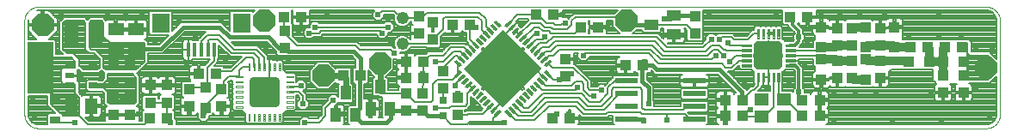
<source format=gtl>
G75*
%MOIN*%
%OFA0B0*%
%FSLAX25Y25*%
%IPPOS*%
%LPD*%
%AMOC8*
5,1,8,0,0,1.08239X$1,22.5*
%
%ADD10C,0.00000*%
%ADD11R,0.04331X0.03937*%
%ADD12R,0.03937X0.04331*%
%ADD13R,0.05118X0.05906*%
%ADD14R,0.05906X0.05118*%
%ADD15R,0.21260X0.21260*%
%ADD16C,0.00591*%
%ADD17R,0.08661X0.02362*%
%ADD18R,0.03543X0.02362*%
%ADD19R,0.05512X0.09449*%
%ADD20C,0.03307*%
%ADD21C,0.00354*%
%ADD22R,0.03937X0.03937*%
%ADD23R,0.03150X0.03150*%
%ADD24R,0.05512X0.04724*%
%ADD25R,0.01378X0.05512*%
%ADD26R,0.07087X0.07480*%
%ADD27C,0.02953*%
%ADD28C,0.00492*%
%ADD29C,0.04800*%
%ADD30R,0.10000X0.20000*%
%ADD31OC8,0.08500*%
%ADD32R,0.03937X0.05512*%
%ADD33R,0.05512X0.03937*%
%ADD34R,0.03937X0.03150*%
%ADD35C,0.00787*%
%ADD36C,0.01600*%
%ADD37C,0.02381*%
%ADD38C,0.05906*%
%ADD39C,0.03200*%
%ADD40C,0.01200*%
%ADD41C,0.02400*%
D10*
X0007412Y0020559D02*
X0374341Y0020559D01*
X0374341Y0020558D02*
X0374488Y0020560D01*
X0374634Y0020566D01*
X0374781Y0020576D01*
X0374927Y0020589D01*
X0375073Y0020607D01*
X0375218Y0020628D01*
X0375362Y0020653D01*
X0375506Y0020683D01*
X0375649Y0020715D01*
X0375791Y0020752D01*
X0375932Y0020793D01*
X0376072Y0020837D01*
X0376211Y0020885D01*
X0376348Y0020936D01*
X0376484Y0020992D01*
X0376619Y0021051D01*
X0376751Y0021113D01*
X0376883Y0021179D01*
X0377012Y0021248D01*
X0377139Y0021321D01*
X0377265Y0021397D01*
X0377388Y0021477D01*
X0377509Y0021560D01*
X0377628Y0021645D01*
X0377745Y0021735D01*
X0377859Y0021827D01*
X0377971Y0021922D01*
X0378080Y0022020D01*
X0378186Y0022121D01*
X0378290Y0022225D01*
X0378391Y0022331D01*
X0378489Y0022440D01*
X0378584Y0022552D01*
X0378676Y0022666D01*
X0378766Y0022783D01*
X0378851Y0022902D01*
X0378934Y0023023D01*
X0379014Y0023146D01*
X0379090Y0023272D01*
X0379163Y0023399D01*
X0379232Y0023528D01*
X0379298Y0023660D01*
X0379360Y0023792D01*
X0379419Y0023927D01*
X0379475Y0024063D01*
X0379526Y0024200D01*
X0379574Y0024339D01*
X0379618Y0024479D01*
X0379659Y0024620D01*
X0379696Y0024762D01*
X0379728Y0024905D01*
X0379758Y0025049D01*
X0379783Y0025193D01*
X0379804Y0025338D01*
X0379822Y0025484D01*
X0379835Y0025630D01*
X0379845Y0025777D01*
X0379851Y0025923D01*
X0379853Y0026070D01*
X0379853Y0062291D01*
X0379851Y0062438D01*
X0379845Y0062584D01*
X0379835Y0062731D01*
X0379822Y0062877D01*
X0379804Y0063023D01*
X0379783Y0063168D01*
X0379758Y0063312D01*
X0379728Y0063456D01*
X0379696Y0063599D01*
X0379659Y0063741D01*
X0379618Y0063882D01*
X0379574Y0064022D01*
X0379526Y0064161D01*
X0379475Y0064298D01*
X0379419Y0064434D01*
X0379360Y0064569D01*
X0379298Y0064701D01*
X0379232Y0064833D01*
X0379163Y0064962D01*
X0379090Y0065089D01*
X0379014Y0065215D01*
X0378934Y0065338D01*
X0378851Y0065459D01*
X0378766Y0065578D01*
X0378676Y0065695D01*
X0378584Y0065809D01*
X0378489Y0065921D01*
X0378391Y0066030D01*
X0378290Y0066136D01*
X0378186Y0066240D01*
X0378080Y0066341D01*
X0377971Y0066439D01*
X0377859Y0066534D01*
X0377745Y0066626D01*
X0377628Y0066716D01*
X0377509Y0066801D01*
X0377388Y0066884D01*
X0377265Y0066964D01*
X0377139Y0067040D01*
X0377012Y0067113D01*
X0376883Y0067182D01*
X0376751Y0067248D01*
X0376619Y0067310D01*
X0376484Y0067369D01*
X0376348Y0067425D01*
X0376211Y0067476D01*
X0376072Y0067524D01*
X0375932Y0067568D01*
X0375791Y0067609D01*
X0375649Y0067646D01*
X0375506Y0067678D01*
X0375362Y0067708D01*
X0375218Y0067733D01*
X0375073Y0067754D01*
X0374927Y0067772D01*
X0374781Y0067785D01*
X0374634Y0067795D01*
X0374488Y0067801D01*
X0374341Y0067803D01*
X0007412Y0067803D01*
X0007265Y0067801D01*
X0007119Y0067795D01*
X0006972Y0067785D01*
X0006826Y0067772D01*
X0006680Y0067754D01*
X0006535Y0067733D01*
X0006391Y0067708D01*
X0006247Y0067678D01*
X0006104Y0067646D01*
X0005962Y0067609D01*
X0005821Y0067568D01*
X0005681Y0067524D01*
X0005542Y0067476D01*
X0005405Y0067425D01*
X0005269Y0067369D01*
X0005134Y0067310D01*
X0005002Y0067248D01*
X0004870Y0067182D01*
X0004741Y0067113D01*
X0004614Y0067040D01*
X0004488Y0066964D01*
X0004365Y0066884D01*
X0004244Y0066801D01*
X0004125Y0066716D01*
X0004008Y0066626D01*
X0003894Y0066534D01*
X0003782Y0066439D01*
X0003673Y0066341D01*
X0003567Y0066240D01*
X0003463Y0066136D01*
X0003362Y0066030D01*
X0003264Y0065921D01*
X0003169Y0065809D01*
X0003077Y0065695D01*
X0002987Y0065578D01*
X0002902Y0065459D01*
X0002819Y0065338D01*
X0002739Y0065215D01*
X0002663Y0065089D01*
X0002590Y0064962D01*
X0002521Y0064833D01*
X0002455Y0064701D01*
X0002393Y0064569D01*
X0002334Y0064434D01*
X0002278Y0064298D01*
X0002227Y0064161D01*
X0002179Y0064022D01*
X0002135Y0063882D01*
X0002094Y0063741D01*
X0002057Y0063599D01*
X0002025Y0063456D01*
X0001995Y0063312D01*
X0001970Y0063168D01*
X0001949Y0063023D01*
X0001931Y0062877D01*
X0001918Y0062731D01*
X0001908Y0062584D01*
X0001902Y0062438D01*
X0001900Y0062291D01*
X0001900Y0026070D01*
X0001902Y0025923D01*
X0001908Y0025777D01*
X0001918Y0025630D01*
X0001931Y0025484D01*
X0001949Y0025338D01*
X0001970Y0025193D01*
X0001995Y0025049D01*
X0002025Y0024905D01*
X0002057Y0024762D01*
X0002094Y0024620D01*
X0002135Y0024479D01*
X0002179Y0024339D01*
X0002227Y0024200D01*
X0002278Y0024063D01*
X0002334Y0023927D01*
X0002393Y0023792D01*
X0002455Y0023660D01*
X0002521Y0023528D01*
X0002590Y0023399D01*
X0002663Y0023272D01*
X0002739Y0023146D01*
X0002819Y0023023D01*
X0002902Y0022902D01*
X0002987Y0022783D01*
X0003077Y0022666D01*
X0003169Y0022552D01*
X0003264Y0022440D01*
X0003362Y0022331D01*
X0003463Y0022225D01*
X0003567Y0022121D01*
X0003673Y0022020D01*
X0003782Y0021922D01*
X0003894Y0021827D01*
X0004008Y0021735D01*
X0004125Y0021645D01*
X0004244Y0021560D01*
X0004365Y0021477D01*
X0004488Y0021397D01*
X0004614Y0021321D01*
X0004741Y0021248D01*
X0004870Y0021179D01*
X0005002Y0021113D01*
X0005134Y0021051D01*
X0005269Y0020992D01*
X0005405Y0020936D01*
X0005542Y0020885D01*
X0005681Y0020837D01*
X0005821Y0020793D01*
X0005962Y0020752D01*
X0006104Y0020715D01*
X0006247Y0020683D01*
X0006391Y0020653D01*
X0006535Y0020628D01*
X0006680Y0020607D01*
X0006826Y0020589D01*
X0006972Y0020576D01*
X0007119Y0020566D01*
X0007265Y0020560D01*
X0007412Y0020558D01*
D11*
X0042845Y0025874D03*
X0050719Y0030598D03*
X0042845Y0032567D03*
X0050719Y0037291D03*
X0042845Y0038472D03*
X0042845Y0045165D03*
X0069420Y0041819D03*
X0076113Y0041819D03*
X0102688Y0051858D03*
X0102688Y0058551D03*
X0149735Y0046543D03*
X0156428Y0046543D03*
X0164105Y0042803D03*
X0156428Y0040244D03*
X0149735Y0040244D03*
X0164105Y0036110D03*
X0156231Y0034141D03*
X0149932Y0034141D03*
X0149932Y0027448D03*
X0156231Y0027448D03*
X0206428Y0024496D03*
X0213121Y0024496D03*
X0234774Y0044968D03*
X0241467Y0044968D03*
X0261743Y0057370D03*
X0261743Y0064063D03*
X0298554Y0063866D03*
X0305247Y0063866D03*
X0345011Y0052055D03*
X0351704Y0052055D03*
X0358396Y0052055D03*
X0365089Y0052055D03*
X0309971Y0031582D03*
X0303278Y0031582D03*
X0303278Y0025283D03*
X0309971Y0025283D03*
X0280050Y0025283D03*
X0273357Y0025283D03*
X0273357Y0031582D03*
X0280050Y0031582D03*
X0206822Y0064653D03*
X0200129Y0064653D03*
X0174538Y0060716D03*
X0167845Y0060716D03*
D12*
X0160168Y0061700D03*
X0154656Y0064063D03*
X0154656Y0057370D03*
X0160168Y0055007D03*
X0132019Y0041031D03*
X0125326Y0041031D03*
X0169617Y0032567D03*
X0169617Y0025874D03*
X0211349Y0040834D03*
X0211349Y0047527D03*
X0217452Y0059929D03*
X0224144Y0059929D03*
X0316861Y0059338D03*
X0322373Y0059338D03*
X0333396Y0059338D03*
X0333396Y0052645D03*
X0322373Y0052645D03*
X0316861Y0052645D03*
X0316861Y0046740D03*
X0322373Y0046740D03*
X0333396Y0046740D03*
X0333396Y0040047D03*
X0322373Y0040047D03*
X0316861Y0040047D03*
X0357806Y0041228D03*
X0365680Y0041228D03*
X0365680Y0034535D03*
X0357806Y0034535D03*
X0109184Y0063866D03*
X0102491Y0063866D03*
X0036546Y0045165D03*
X0036546Y0038472D03*
X0036546Y0032567D03*
X0036546Y0025874D03*
X0050522Y0024496D03*
X0057215Y0024496D03*
X0065680Y0029023D03*
X0057019Y0030598D03*
X0065680Y0035716D03*
X0057019Y0037291D03*
X0078278Y0035716D03*
X0078278Y0029023D03*
D13*
X0027688Y0029220D03*
X0020207Y0029220D03*
D14*
X0037333Y0051464D03*
X0045207Y0051464D03*
X0045207Y0058944D03*
X0037333Y0058944D03*
D15*
G36*
X0187266Y0028686D02*
X0172233Y0043719D01*
X0187266Y0058752D01*
X0202299Y0043719D01*
X0187266Y0028686D01*
G37*
D16*
X0188658Y0027433D02*
X0190467Y0025624D01*
X0190050Y0025207D01*
X0188241Y0027016D01*
X0188658Y0027433D01*
X0189460Y0025797D02*
X0190294Y0025797D01*
X0189704Y0026387D02*
X0188870Y0026387D01*
X0189114Y0026977D02*
X0188280Y0026977D01*
X0190050Y0028825D02*
X0191859Y0027016D01*
X0191442Y0026599D01*
X0189633Y0028408D01*
X0190050Y0028825D01*
X0190852Y0027189D02*
X0191686Y0027189D01*
X0191096Y0027779D02*
X0190262Y0027779D01*
X0190506Y0028369D02*
X0189672Y0028369D01*
X0191442Y0030217D02*
X0193251Y0028408D01*
X0192834Y0027991D01*
X0191025Y0029800D01*
X0191442Y0030217D01*
X0192244Y0028581D02*
X0193078Y0028581D01*
X0192488Y0029171D02*
X0191654Y0029171D01*
X0191898Y0029761D02*
X0191064Y0029761D01*
X0192834Y0031609D02*
X0194643Y0029800D01*
X0194226Y0029383D01*
X0192417Y0031192D01*
X0192834Y0031609D01*
X0193636Y0029973D02*
X0194470Y0029973D01*
X0193880Y0030563D02*
X0193046Y0030563D01*
X0193290Y0031153D02*
X0192456Y0031153D01*
X0194226Y0033001D02*
X0196035Y0031192D01*
X0195618Y0030775D01*
X0193809Y0032584D01*
X0194226Y0033001D01*
X0195028Y0031365D02*
X0195862Y0031365D01*
X0195272Y0031955D02*
X0194438Y0031955D01*
X0194682Y0032545D02*
X0193848Y0032545D01*
X0195618Y0034393D02*
X0197427Y0032584D01*
X0197010Y0032167D01*
X0195201Y0033976D01*
X0195618Y0034393D01*
X0196420Y0032757D02*
X0197254Y0032757D01*
X0196664Y0033347D02*
X0195830Y0033347D01*
X0196074Y0033937D02*
X0195240Y0033937D01*
X0197009Y0035785D02*
X0198818Y0033976D01*
X0198401Y0033559D01*
X0196592Y0035368D01*
X0197009Y0035785D01*
X0197811Y0034149D02*
X0198645Y0034149D01*
X0198055Y0034739D02*
X0197221Y0034739D01*
X0197465Y0035329D02*
X0196631Y0035329D01*
X0198401Y0037177D02*
X0200210Y0035368D01*
X0199793Y0034951D01*
X0197984Y0036760D01*
X0198401Y0037177D01*
X0199203Y0035541D02*
X0200037Y0035541D01*
X0199447Y0036131D02*
X0198613Y0036131D01*
X0198857Y0036721D02*
X0198023Y0036721D01*
X0199793Y0038569D02*
X0201602Y0036760D01*
X0201185Y0036343D01*
X0199376Y0038152D01*
X0199793Y0038569D01*
X0200595Y0036933D02*
X0201429Y0036933D01*
X0200839Y0037523D02*
X0200005Y0037523D01*
X0200249Y0038113D02*
X0199415Y0038113D01*
X0201185Y0039961D02*
X0202994Y0038152D01*
X0202577Y0037735D01*
X0200768Y0039544D01*
X0201185Y0039961D01*
X0201987Y0038325D02*
X0202821Y0038325D01*
X0202231Y0038915D02*
X0201397Y0038915D01*
X0201641Y0039505D02*
X0200807Y0039505D01*
X0202577Y0041353D02*
X0204386Y0039544D01*
X0203969Y0039127D01*
X0202160Y0040936D01*
X0202577Y0041353D01*
X0203379Y0039717D02*
X0204213Y0039717D01*
X0203623Y0040307D02*
X0202789Y0040307D01*
X0203033Y0040897D02*
X0202199Y0040897D01*
X0203969Y0042745D02*
X0205778Y0040936D01*
X0205361Y0040519D01*
X0203552Y0042328D01*
X0203969Y0042745D01*
X0204771Y0041109D02*
X0205605Y0041109D01*
X0205015Y0041699D02*
X0204181Y0041699D01*
X0204425Y0042289D02*
X0203591Y0042289D01*
X0203552Y0045111D02*
X0205361Y0046920D01*
X0205778Y0046503D01*
X0203969Y0044694D01*
X0203552Y0045111D01*
X0203725Y0045284D02*
X0204559Y0045284D01*
X0204315Y0045874D02*
X0205149Y0045874D01*
X0204905Y0046464D02*
X0205739Y0046464D01*
X0203969Y0048312D02*
X0202160Y0046503D01*
X0203969Y0048312D02*
X0204386Y0047895D01*
X0202577Y0046086D01*
X0202160Y0046503D01*
X0202333Y0046676D02*
X0203167Y0046676D01*
X0202923Y0047266D02*
X0203757Y0047266D01*
X0203513Y0047856D02*
X0204347Y0047856D01*
X0202577Y0049704D02*
X0200768Y0047895D01*
X0202577Y0049704D02*
X0202994Y0049287D01*
X0201185Y0047478D01*
X0200768Y0047895D01*
X0200941Y0048068D02*
X0201775Y0048068D01*
X0201531Y0048658D02*
X0202365Y0048658D01*
X0202121Y0049248D02*
X0202955Y0049248D01*
X0201185Y0051096D02*
X0199376Y0049287D01*
X0201185Y0051096D02*
X0201602Y0050679D01*
X0199793Y0048870D01*
X0199376Y0049287D01*
X0199549Y0049460D02*
X0200383Y0049460D01*
X0200139Y0050050D02*
X0200973Y0050050D01*
X0200729Y0050640D02*
X0201563Y0050640D01*
X0199793Y0052488D02*
X0197984Y0050679D01*
X0199793Y0052488D02*
X0200210Y0052071D01*
X0198401Y0050262D01*
X0197984Y0050679D01*
X0198157Y0050852D02*
X0198991Y0050852D01*
X0198747Y0051442D02*
X0199581Y0051442D01*
X0199337Y0052032D02*
X0200171Y0052032D01*
X0198401Y0053880D02*
X0196592Y0052071D01*
X0198401Y0053880D02*
X0198818Y0053463D01*
X0197009Y0051654D01*
X0196592Y0052071D01*
X0196765Y0052244D02*
X0197599Y0052244D01*
X0197355Y0052834D02*
X0198189Y0052834D01*
X0197945Y0053424D02*
X0198779Y0053424D01*
X0197010Y0055272D02*
X0195201Y0053463D01*
X0197010Y0055272D02*
X0197427Y0054855D01*
X0195618Y0053046D01*
X0195201Y0053463D01*
X0195374Y0053636D02*
X0196208Y0053636D01*
X0195964Y0054226D02*
X0196798Y0054226D01*
X0196554Y0054816D02*
X0197388Y0054816D01*
X0195618Y0056664D02*
X0193809Y0054855D01*
X0195618Y0056664D02*
X0196035Y0056247D01*
X0194226Y0054438D01*
X0193809Y0054855D01*
X0193982Y0055028D02*
X0194816Y0055028D01*
X0194572Y0055618D02*
X0195406Y0055618D01*
X0195162Y0056208D02*
X0195996Y0056208D01*
X0194226Y0058056D02*
X0192417Y0056247D01*
X0194226Y0058056D02*
X0194643Y0057639D01*
X0192834Y0055830D01*
X0192417Y0056247D01*
X0192590Y0056420D02*
X0193424Y0056420D01*
X0193180Y0057010D02*
X0194014Y0057010D01*
X0193770Y0057600D02*
X0194604Y0057600D01*
X0192834Y0059448D02*
X0191025Y0057639D01*
X0192834Y0059448D02*
X0193251Y0059031D01*
X0191442Y0057222D01*
X0191025Y0057639D01*
X0191198Y0057812D02*
X0192032Y0057812D01*
X0191788Y0058402D02*
X0192622Y0058402D01*
X0192378Y0058992D02*
X0193212Y0058992D01*
X0191442Y0060840D02*
X0189633Y0059031D01*
X0191442Y0060840D02*
X0191859Y0060423D01*
X0190050Y0058614D01*
X0189633Y0059031D01*
X0189806Y0059204D02*
X0190640Y0059204D01*
X0190396Y0059794D02*
X0191230Y0059794D01*
X0190986Y0060384D02*
X0191820Y0060384D01*
X0190050Y0062232D02*
X0188241Y0060423D01*
X0190050Y0062232D02*
X0190467Y0061815D01*
X0188658Y0060006D01*
X0188241Y0060423D01*
X0188414Y0060596D02*
X0189248Y0060596D01*
X0189004Y0061186D02*
X0189838Y0061186D01*
X0189594Y0061776D02*
X0190428Y0061776D01*
X0185874Y0060006D02*
X0184065Y0061815D01*
X0184482Y0062232D01*
X0186291Y0060423D01*
X0185874Y0060006D01*
X0186118Y0060596D02*
X0185284Y0060596D01*
X0185528Y0061186D02*
X0184694Y0061186D01*
X0184938Y0061776D02*
X0184104Y0061776D01*
X0182673Y0060423D02*
X0184482Y0058614D01*
X0182673Y0060423D02*
X0183090Y0060840D01*
X0184899Y0059031D01*
X0184482Y0058614D01*
X0184726Y0059204D02*
X0183892Y0059204D01*
X0184136Y0059794D02*
X0183302Y0059794D01*
X0183546Y0060384D02*
X0182712Y0060384D01*
X0181281Y0059031D02*
X0183090Y0057222D01*
X0181281Y0059031D02*
X0181698Y0059448D01*
X0183507Y0057639D01*
X0183090Y0057222D01*
X0183334Y0057812D02*
X0182500Y0057812D01*
X0182744Y0058402D02*
X0181910Y0058402D01*
X0182154Y0058992D02*
X0181320Y0058992D01*
X0179889Y0057639D02*
X0181698Y0055830D01*
X0179889Y0057639D02*
X0180306Y0058056D01*
X0182115Y0056247D01*
X0181698Y0055830D01*
X0181942Y0056420D02*
X0181108Y0056420D01*
X0181352Y0057010D02*
X0180518Y0057010D01*
X0180762Y0057600D02*
X0179928Y0057600D01*
X0178497Y0056247D02*
X0180306Y0054438D01*
X0178497Y0056247D02*
X0178914Y0056664D01*
X0180723Y0054855D01*
X0180306Y0054438D01*
X0180550Y0055028D02*
X0179716Y0055028D01*
X0179960Y0055618D02*
X0179126Y0055618D01*
X0179370Y0056208D02*
X0178536Y0056208D01*
X0177105Y0054855D02*
X0178914Y0053046D01*
X0177105Y0054855D02*
X0177522Y0055272D01*
X0179331Y0053463D01*
X0178914Y0053046D01*
X0179158Y0053636D02*
X0178324Y0053636D01*
X0178568Y0054226D02*
X0177734Y0054226D01*
X0177978Y0054816D02*
X0177144Y0054816D01*
X0175713Y0053463D02*
X0177522Y0051654D01*
X0175713Y0053463D02*
X0176130Y0053880D01*
X0177939Y0052071D01*
X0177522Y0051654D01*
X0177766Y0052244D02*
X0176932Y0052244D01*
X0177176Y0052834D02*
X0176342Y0052834D01*
X0176586Y0053424D02*
X0175752Y0053424D01*
X0174321Y0052071D02*
X0176130Y0050262D01*
X0174321Y0052071D02*
X0174738Y0052488D01*
X0176547Y0050679D01*
X0176130Y0050262D01*
X0176374Y0050852D02*
X0175540Y0050852D01*
X0175784Y0051442D02*
X0174950Y0051442D01*
X0175194Y0052032D02*
X0174360Y0052032D01*
X0172929Y0050679D02*
X0174738Y0048870D01*
X0172929Y0050679D02*
X0173346Y0051096D01*
X0175155Y0049287D01*
X0174738Y0048870D01*
X0174982Y0049460D02*
X0174148Y0049460D01*
X0174392Y0050050D02*
X0173558Y0050050D01*
X0173802Y0050640D02*
X0172968Y0050640D01*
X0171538Y0049287D02*
X0173347Y0047478D01*
X0171538Y0049287D02*
X0171955Y0049704D01*
X0173764Y0047895D01*
X0173347Y0047478D01*
X0173591Y0048068D02*
X0172757Y0048068D01*
X0173001Y0048658D02*
X0172167Y0048658D01*
X0172411Y0049248D02*
X0171577Y0049248D01*
X0170146Y0047895D02*
X0171955Y0046086D01*
X0170146Y0047895D02*
X0170563Y0048312D01*
X0172372Y0046503D01*
X0171955Y0046086D01*
X0172199Y0046676D02*
X0171365Y0046676D01*
X0171609Y0047266D02*
X0170775Y0047266D01*
X0171019Y0047856D02*
X0170185Y0047856D01*
X0168754Y0046503D02*
X0170563Y0044694D01*
X0168754Y0046503D02*
X0169171Y0046920D01*
X0170980Y0045111D01*
X0170563Y0044694D01*
X0170807Y0045284D02*
X0169973Y0045284D01*
X0170217Y0045874D02*
X0169383Y0045874D01*
X0169627Y0046464D02*
X0168793Y0046464D01*
X0170980Y0042328D02*
X0169171Y0040519D01*
X0168754Y0040936D01*
X0170563Y0042745D01*
X0170980Y0042328D01*
X0169761Y0041109D02*
X0168927Y0041109D01*
X0169517Y0041699D02*
X0170351Y0041699D01*
X0170107Y0042289D02*
X0170941Y0042289D01*
X0172372Y0040936D02*
X0170563Y0039127D01*
X0170146Y0039544D01*
X0171955Y0041353D01*
X0172372Y0040936D01*
X0171153Y0039717D02*
X0170319Y0039717D01*
X0170909Y0040307D02*
X0171743Y0040307D01*
X0171499Y0040897D02*
X0172333Y0040897D01*
X0173764Y0039544D02*
X0171955Y0037735D01*
X0171538Y0038152D01*
X0173347Y0039961D01*
X0173764Y0039544D01*
X0172545Y0038325D02*
X0171711Y0038325D01*
X0172301Y0038915D02*
X0173135Y0038915D01*
X0172891Y0039505D02*
X0173725Y0039505D01*
X0175155Y0038152D02*
X0173346Y0036343D01*
X0172929Y0036760D01*
X0174738Y0038569D01*
X0175155Y0038152D01*
X0173936Y0036933D02*
X0173102Y0036933D01*
X0173692Y0037523D02*
X0174526Y0037523D01*
X0174282Y0038113D02*
X0175116Y0038113D01*
X0176547Y0036760D02*
X0174738Y0034951D01*
X0174321Y0035368D01*
X0176130Y0037177D01*
X0176547Y0036760D01*
X0175328Y0035541D02*
X0174494Y0035541D01*
X0175084Y0036131D02*
X0175918Y0036131D01*
X0175674Y0036721D02*
X0176508Y0036721D01*
X0177939Y0035368D02*
X0176130Y0033559D01*
X0175713Y0033976D01*
X0177522Y0035785D01*
X0177939Y0035368D01*
X0176720Y0034149D02*
X0175886Y0034149D01*
X0176476Y0034739D02*
X0177310Y0034739D01*
X0177066Y0035329D02*
X0177900Y0035329D01*
X0179331Y0033976D02*
X0177522Y0032167D01*
X0177105Y0032584D01*
X0178914Y0034393D01*
X0179331Y0033976D01*
X0178112Y0032757D02*
X0177278Y0032757D01*
X0177868Y0033347D02*
X0178702Y0033347D01*
X0178458Y0033937D02*
X0179292Y0033937D01*
X0180723Y0032584D02*
X0178914Y0030775D01*
X0178497Y0031192D01*
X0180306Y0033001D01*
X0180723Y0032584D01*
X0179504Y0031365D02*
X0178670Y0031365D01*
X0179260Y0031955D02*
X0180094Y0031955D01*
X0179850Y0032545D02*
X0180684Y0032545D01*
X0182115Y0031192D02*
X0180306Y0029383D01*
X0179889Y0029800D01*
X0181698Y0031609D01*
X0182115Y0031192D01*
X0180896Y0029973D02*
X0180062Y0029973D01*
X0180652Y0030563D02*
X0181486Y0030563D01*
X0181242Y0031153D02*
X0182076Y0031153D01*
X0183507Y0029800D02*
X0181698Y0027991D01*
X0181281Y0028408D01*
X0183090Y0030217D01*
X0183507Y0029800D01*
X0182288Y0028581D02*
X0181454Y0028581D01*
X0182044Y0029171D02*
X0182878Y0029171D01*
X0182634Y0029761D02*
X0183468Y0029761D01*
X0184899Y0028408D02*
X0183090Y0026599D01*
X0182673Y0027016D01*
X0184482Y0028825D01*
X0184899Y0028408D01*
X0183680Y0027189D02*
X0182846Y0027189D01*
X0183436Y0027779D02*
X0184270Y0027779D01*
X0184026Y0028369D02*
X0184860Y0028369D01*
X0186291Y0027016D02*
X0184482Y0025207D01*
X0184065Y0025624D01*
X0185874Y0027433D01*
X0186291Y0027016D01*
X0185072Y0025797D02*
X0184238Y0025797D01*
X0184828Y0026387D02*
X0185662Y0026387D01*
X0185418Y0026977D02*
X0186252Y0026977D01*
D17*
X0235247Y0029082D03*
X0235247Y0034082D03*
X0235247Y0039082D03*
X0261467Y0039082D03*
X0261467Y0034082D03*
X0261467Y0029082D03*
X0261467Y0024082D03*
X0235247Y0024082D03*
D18*
X0028475Y0037291D03*
X0019420Y0037291D03*
X0019420Y0041031D03*
X0019420Y0044771D03*
X0028475Y0044771D03*
D19*
X0029459Y0056779D03*
X0020011Y0056779D03*
D20*
X0286230Y0052764D02*
X0293948Y0052764D01*
X0293948Y0045046D01*
X0286230Y0045046D01*
X0286230Y0052764D01*
X0286230Y0048352D02*
X0293948Y0048352D01*
X0293948Y0051658D02*
X0286230Y0051658D01*
D21*
X0283416Y0050461D02*
X0279834Y0050461D01*
X0279834Y0051287D01*
X0283416Y0051287D01*
X0283416Y0050461D01*
X0283416Y0050814D02*
X0279834Y0050814D01*
X0279834Y0051167D02*
X0283416Y0051167D01*
X0283416Y0052429D02*
X0279834Y0052429D01*
X0279834Y0053255D01*
X0283416Y0053255D01*
X0283416Y0052429D01*
X0283416Y0052782D02*
X0279834Y0052782D01*
X0279834Y0053135D02*
X0283416Y0053135D01*
X0283416Y0048492D02*
X0279834Y0048492D01*
X0279834Y0049318D01*
X0283416Y0049318D01*
X0283416Y0048492D01*
X0283416Y0048845D02*
X0279834Y0048845D01*
X0279834Y0049198D02*
X0283416Y0049198D01*
X0283416Y0046524D02*
X0279834Y0046524D01*
X0279834Y0047350D01*
X0283416Y0047350D01*
X0283416Y0046524D01*
X0283416Y0046877D02*
X0279834Y0046877D01*
X0279834Y0047230D02*
X0283416Y0047230D01*
X0283416Y0044555D02*
X0279834Y0044555D01*
X0279834Y0045381D01*
X0283416Y0045381D01*
X0283416Y0044555D01*
X0283416Y0044908D02*
X0279834Y0044908D01*
X0279834Y0045261D02*
X0283416Y0045261D01*
X0286565Y0042232D02*
X0286565Y0038650D01*
X0285739Y0038650D01*
X0285739Y0042232D01*
X0286565Y0042232D01*
X0286565Y0039003D02*
X0285739Y0039003D01*
X0285739Y0039356D02*
X0286565Y0039356D01*
X0286565Y0039709D02*
X0285739Y0039709D01*
X0285739Y0040062D02*
X0286565Y0040062D01*
X0286565Y0040415D02*
X0285739Y0040415D01*
X0285739Y0040768D02*
X0286565Y0040768D01*
X0286565Y0041121D02*
X0285739Y0041121D01*
X0285739Y0041474D02*
X0286565Y0041474D01*
X0286565Y0041827D02*
X0285739Y0041827D01*
X0285739Y0042180D02*
X0286565Y0042180D01*
X0288534Y0042232D02*
X0288534Y0038650D01*
X0287708Y0038650D01*
X0287708Y0042232D01*
X0288534Y0042232D01*
X0288534Y0039003D02*
X0287708Y0039003D01*
X0287708Y0039356D02*
X0288534Y0039356D01*
X0288534Y0039709D02*
X0287708Y0039709D01*
X0287708Y0040062D02*
X0288534Y0040062D01*
X0288534Y0040415D02*
X0287708Y0040415D01*
X0287708Y0040768D02*
X0288534Y0040768D01*
X0288534Y0041121D02*
X0287708Y0041121D01*
X0287708Y0041474D02*
X0288534Y0041474D01*
X0288534Y0041827D02*
X0287708Y0041827D01*
X0287708Y0042180D02*
X0288534Y0042180D01*
X0290502Y0042232D02*
X0290502Y0038650D01*
X0289676Y0038650D01*
X0289676Y0042232D01*
X0290502Y0042232D01*
X0290502Y0039003D02*
X0289676Y0039003D01*
X0289676Y0039356D02*
X0290502Y0039356D01*
X0290502Y0039709D02*
X0289676Y0039709D01*
X0289676Y0040062D02*
X0290502Y0040062D01*
X0290502Y0040415D02*
X0289676Y0040415D01*
X0289676Y0040768D02*
X0290502Y0040768D01*
X0290502Y0041121D02*
X0289676Y0041121D01*
X0289676Y0041474D02*
X0290502Y0041474D01*
X0290502Y0041827D02*
X0289676Y0041827D01*
X0289676Y0042180D02*
X0290502Y0042180D01*
X0292471Y0042232D02*
X0292471Y0038650D01*
X0291645Y0038650D01*
X0291645Y0042232D01*
X0292471Y0042232D01*
X0292471Y0039003D02*
X0291645Y0039003D01*
X0291645Y0039356D02*
X0292471Y0039356D01*
X0292471Y0039709D02*
X0291645Y0039709D01*
X0291645Y0040062D02*
X0292471Y0040062D01*
X0292471Y0040415D02*
X0291645Y0040415D01*
X0291645Y0040768D02*
X0292471Y0040768D01*
X0292471Y0041121D02*
X0291645Y0041121D01*
X0291645Y0041474D02*
X0292471Y0041474D01*
X0292471Y0041827D02*
X0291645Y0041827D01*
X0291645Y0042180D02*
X0292471Y0042180D01*
X0294439Y0042232D02*
X0294439Y0038650D01*
X0293613Y0038650D01*
X0293613Y0042232D01*
X0294439Y0042232D01*
X0294439Y0039003D02*
X0293613Y0039003D01*
X0293613Y0039356D02*
X0294439Y0039356D01*
X0294439Y0039709D02*
X0293613Y0039709D01*
X0293613Y0040062D02*
X0294439Y0040062D01*
X0294439Y0040415D02*
X0293613Y0040415D01*
X0293613Y0040768D02*
X0294439Y0040768D01*
X0294439Y0041121D02*
X0293613Y0041121D01*
X0293613Y0041474D02*
X0294439Y0041474D01*
X0294439Y0041827D02*
X0293613Y0041827D01*
X0293613Y0042180D02*
X0294439Y0042180D01*
X0296763Y0045381D02*
X0300345Y0045381D01*
X0300345Y0044555D01*
X0296763Y0044555D01*
X0296763Y0045381D01*
X0296763Y0044908D02*
X0300345Y0044908D01*
X0300345Y0045261D02*
X0296763Y0045261D01*
X0296763Y0047350D02*
X0300345Y0047350D01*
X0300345Y0046524D01*
X0296763Y0046524D01*
X0296763Y0047350D01*
X0296763Y0046877D02*
X0300345Y0046877D01*
X0300345Y0047230D02*
X0296763Y0047230D01*
X0296763Y0049318D02*
X0300345Y0049318D01*
X0300345Y0048492D01*
X0296763Y0048492D01*
X0296763Y0049318D01*
X0296763Y0048845D02*
X0300345Y0048845D01*
X0300345Y0049198D02*
X0296763Y0049198D01*
X0296763Y0051287D02*
X0300345Y0051287D01*
X0300345Y0050461D01*
X0296763Y0050461D01*
X0296763Y0051287D01*
X0296763Y0050814D02*
X0300345Y0050814D01*
X0300345Y0051167D02*
X0296763Y0051167D01*
X0296763Y0053255D02*
X0300345Y0053255D01*
X0300345Y0052429D01*
X0296763Y0052429D01*
X0296763Y0053255D01*
X0296763Y0052782D02*
X0300345Y0052782D01*
X0300345Y0053135D02*
X0296763Y0053135D01*
X0293613Y0055579D02*
X0293613Y0059161D01*
X0294439Y0059161D01*
X0294439Y0055579D01*
X0293613Y0055579D01*
X0293613Y0055932D02*
X0294439Y0055932D01*
X0294439Y0056285D02*
X0293613Y0056285D01*
X0293613Y0056638D02*
X0294439Y0056638D01*
X0294439Y0056991D02*
X0293613Y0056991D01*
X0293613Y0057344D02*
X0294439Y0057344D01*
X0294439Y0057697D02*
X0293613Y0057697D01*
X0293613Y0058050D02*
X0294439Y0058050D01*
X0294439Y0058403D02*
X0293613Y0058403D01*
X0293613Y0058756D02*
X0294439Y0058756D01*
X0294439Y0059109D02*
X0293613Y0059109D01*
X0291645Y0059161D02*
X0291645Y0055579D01*
X0291645Y0059161D02*
X0292471Y0059161D01*
X0292471Y0055579D01*
X0291645Y0055579D01*
X0291645Y0055932D02*
X0292471Y0055932D01*
X0292471Y0056285D02*
X0291645Y0056285D01*
X0291645Y0056638D02*
X0292471Y0056638D01*
X0292471Y0056991D02*
X0291645Y0056991D01*
X0291645Y0057344D02*
X0292471Y0057344D01*
X0292471Y0057697D02*
X0291645Y0057697D01*
X0291645Y0058050D02*
X0292471Y0058050D01*
X0292471Y0058403D02*
X0291645Y0058403D01*
X0291645Y0058756D02*
X0292471Y0058756D01*
X0292471Y0059109D02*
X0291645Y0059109D01*
X0289676Y0059161D02*
X0289676Y0055579D01*
X0289676Y0059161D02*
X0290502Y0059161D01*
X0290502Y0055579D01*
X0289676Y0055579D01*
X0289676Y0055932D02*
X0290502Y0055932D01*
X0290502Y0056285D02*
X0289676Y0056285D01*
X0289676Y0056638D02*
X0290502Y0056638D01*
X0290502Y0056991D02*
X0289676Y0056991D01*
X0289676Y0057344D02*
X0290502Y0057344D01*
X0290502Y0057697D02*
X0289676Y0057697D01*
X0289676Y0058050D02*
X0290502Y0058050D01*
X0290502Y0058403D02*
X0289676Y0058403D01*
X0289676Y0058756D02*
X0290502Y0058756D01*
X0290502Y0059109D02*
X0289676Y0059109D01*
X0287708Y0059161D02*
X0287708Y0055579D01*
X0287708Y0059161D02*
X0288534Y0059161D01*
X0288534Y0055579D01*
X0287708Y0055579D01*
X0287708Y0055932D02*
X0288534Y0055932D01*
X0288534Y0056285D02*
X0287708Y0056285D01*
X0287708Y0056638D02*
X0288534Y0056638D01*
X0288534Y0056991D02*
X0287708Y0056991D01*
X0287708Y0057344D02*
X0288534Y0057344D01*
X0288534Y0057697D02*
X0287708Y0057697D01*
X0287708Y0058050D02*
X0288534Y0058050D01*
X0288534Y0058403D02*
X0287708Y0058403D01*
X0287708Y0058756D02*
X0288534Y0058756D01*
X0288534Y0059109D02*
X0287708Y0059109D01*
X0285739Y0059161D02*
X0285739Y0055579D01*
X0285739Y0059161D02*
X0286565Y0059161D01*
X0286565Y0055579D01*
X0285739Y0055579D01*
X0285739Y0055932D02*
X0286565Y0055932D01*
X0286565Y0056285D02*
X0285739Y0056285D01*
X0285739Y0056638D02*
X0286565Y0056638D01*
X0286565Y0056991D02*
X0285739Y0056991D01*
X0285739Y0057344D02*
X0286565Y0057344D01*
X0286565Y0057697D02*
X0285739Y0057697D01*
X0285739Y0058050D02*
X0286565Y0058050D01*
X0286565Y0058403D02*
X0285739Y0058403D01*
X0285739Y0058756D02*
X0286565Y0058756D01*
X0286565Y0059109D02*
X0285739Y0059109D01*
D22*
X0310562Y0059929D03*
X0327885Y0059929D03*
X0338908Y0059929D03*
X0338908Y0052055D03*
X0327885Y0052055D03*
X0327885Y0047330D03*
X0310562Y0047330D03*
X0310562Y0052055D03*
X0310562Y0039456D03*
X0327885Y0039456D03*
X0344420Y0046543D03*
X0352294Y0046543D03*
X0357806Y0046543D03*
X0365680Y0046543D03*
X0071979Y0036307D03*
X0071979Y0028433D03*
D23*
X0164105Y0031385D03*
X0164105Y0025480D03*
D24*
X0287333Y0025086D03*
X0295995Y0025086D03*
X0295995Y0031779D03*
X0287333Y0031779D03*
D25*
X0075522Y0051070D03*
X0072963Y0051070D03*
X0070404Y0051070D03*
X0067845Y0051070D03*
X0065286Y0051070D03*
D26*
X0054656Y0061504D03*
X0086152Y0061504D03*
D27*
X0090385Y0039161D02*
X0090385Y0030303D01*
X0090385Y0039161D02*
X0099243Y0039161D01*
X0099243Y0030303D01*
X0090385Y0030303D01*
X0090385Y0033255D02*
X0099243Y0033255D01*
X0099243Y0036207D02*
X0090385Y0036207D01*
X0090385Y0039159D02*
X0099243Y0039159D01*
D28*
X0103327Y0038915D02*
X0105985Y0038915D01*
X0105985Y0038423D01*
X0103327Y0038423D01*
X0103327Y0038915D01*
X0103327Y0038914D02*
X0105985Y0038914D01*
X0105985Y0040883D02*
X0103327Y0040883D01*
X0105985Y0040883D02*
X0105985Y0040391D01*
X0103327Y0040391D01*
X0103327Y0040883D01*
X0103327Y0040882D02*
X0105985Y0040882D01*
X0105985Y0036946D02*
X0103327Y0036946D01*
X0105985Y0036946D02*
X0105985Y0036454D01*
X0103327Y0036454D01*
X0103327Y0036946D01*
X0103327Y0036945D02*
X0105985Y0036945D01*
X0105985Y0034978D02*
X0103327Y0034978D01*
X0105985Y0034978D02*
X0105985Y0034486D01*
X0103327Y0034486D01*
X0103327Y0034978D01*
X0103327Y0034977D02*
X0105985Y0034977D01*
X0105985Y0033009D02*
X0103327Y0033009D01*
X0105985Y0033009D02*
X0105985Y0032517D01*
X0103327Y0032517D01*
X0103327Y0033009D01*
X0103327Y0033008D02*
X0105985Y0033008D01*
X0105985Y0031041D02*
X0103327Y0031041D01*
X0105985Y0031041D02*
X0105985Y0030549D01*
X0103327Y0030549D01*
X0103327Y0031041D01*
X0103327Y0031040D02*
X0105985Y0031040D01*
X0105985Y0029072D02*
X0103327Y0029072D01*
X0105985Y0029072D02*
X0105985Y0028580D01*
X0103327Y0028580D01*
X0103327Y0029072D01*
X0103327Y0029071D02*
X0105985Y0029071D01*
X0100473Y0026218D02*
X0100473Y0023560D01*
X0100473Y0026218D02*
X0100965Y0026218D01*
X0100965Y0023560D01*
X0100473Y0023560D01*
X0100473Y0024051D02*
X0100965Y0024051D01*
X0100965Y0024542D02*
X0100473Y0024542D01*
X0100473Y0025033D02*
X0100965Y0025033D01*
X0100965Y0025524D02*
X0100473Y0025524D01*
X0100473Y0026015D02*
X0100965Y0026015D01*
X0098505Y0026218D02*
X0098505Y0023560D01*
X0098505Y0026218D02*
X0098997Y0026218D01*
X0098997Y0023560D01*
X0098505Y0023560D01*
X0098505Y0024051D02*
X0098997Y0024051D01*
X0098997Y0024542D02*
X0098505Y0024542D01*
X0098505Y0025033D02*
X0098997Y0025033D01*
X0098997Y0025524D02*
X0098505Y0025524D01*
X0098505Y0026015D02*
X0098997Y0026015D01*
X0096536Y0026218D02*
X0096536Y0023560D01*
X0096536Y0026218D02*
X0097028Y0026218D01*
X0097028Y0023560D01*
X0096536Y0023560D01*
X0096536Y0024051D02*
X0097028Y0024051D01*
X0097028Y0024542D02*
X0096536Y0024542D01*
X0096536Y0025033D02*
X0097028Y0025033D01*
X0097028Y0025524D02*
X0096536Y0025524D01*
X0096536Y0026015D02*
X0097028Y0026015D01*
X0095060Y0026218D02*
X0095060Y0023560D01*
X0094568Y0023560D01*
X0094568Y0026218D01*
X0095060Y0026218D01*
X0095060Y0024051D02*
X0094568Y0024051D01*
X0094568Y0024542D02*
X0095060Y0024542D01*
X0095060Y0025033D02*
X0094568Y0025033D01*
X0094568Y0025524D02*
X0095060Y0025524D01*
X0095060Y0026015D02*
X0094568Y0026015D01*
X0093091Y0026218D02*
X0093091Y0023560D01*
X0092599Y0023560D01*
X0092599Y0026218D01*
X0093091Y0026218D01*
X0093091Y0024051D02*
X0092599Y0024051D01*
X0092599Y0024542D02*
X0093091Y0024542D01*
X0093091Y0025033D02*
X0092599Y0025033D01*
X0092599Y0025524D02*
X0093091Y0025524D01*
X0093091Y0026015D02*
X0092599Y0026015D01*
X0091123Y0026218D02*
X0091123Y0023560D01*
X0090631Y0023560D01*
X0090631Y0026218D01*
X0091123Y0026218D01*
X0091123Y0024051D02*
X0090631Y0024051D01*
X0090631Y0024542D02*
X0091123Y0024542D01*
X0091123Y0025033D02*
X0090631Y0025033D01*
X0090631Y0025524D02*
X0091123Y0025524D01*
X0091123Y0026015D02*
X0090631Y0026015D01*
X0089154Y0026218D02*
X0089154Y0023560D01*
X0088662Y0023560D01*
X0088662Y0026218D01*
X0089154Y0026218D01*
X0089154Y0024051D02*
X0088662Y0024051D01*
X0088662Y0024542D02*
X0089154Y0024542D01*
X0089154Y0025033D02*
X0088662Y0025033D01*
X0088662Y0025524D02*
X0089154Y0025524D01*
X0089154Y0026015D02*
X0088662Y0026015D01*
X0086300Y0028580D02*
X0083642Y0028580D01*
X0083642Y0029072D01*
X0086300Y0029072D01*
X0086300Y0028580D01*
X0086300Y0029071D02*
X0083642Y0029071D01*
X0083642Y0030549D02*
X0086300Y0030549D01*
X0083642Y0030549D02*
X0083642Y0031041D01*
X0086300Y0031041D01*
X0086300Y0030549D01*
X0086300Y0031040D02*
X0083642Y0031040D01*
X0083642Y0032517D02*
X0086300Y0032517D01*
X0083642Y0032517D02*
X0083642Y0033009D01*
X0086300Y0033009D01*
X0086300Y0032517D01*
X0086300Y0033008D02*
X0083642Y0033008D01*
X0083642Y0034486D02*
X0086300Y0034486D01*
X0083642Y0034486D02*
X0083642Y0034978D01*
X0086300Y0034978D01*
X0086300Y0034486D01*
X0086300Y0034977D02*
X0083642Y0034977D01*
X0083642Y0036454D02*
X0086300Y0036454D01*
X0083642Y0036454D02*
X0083642Y0036946D01*
X0086300Y0036946D01*
X0086300Y0036454D01*
X0086300Y0036945D02*
X0083642Y0036945D01*
X0083642Y0038423D02*
X0086300Y0038423D01*
X0083642Y0038423D02*
X0083642Y0038915D01*
X0086300Y0038915D01*
X0086300Y0038423D01*
X0086300Y0038914D02*
X0083642Y0038914D01*
X0083642Y0040391D02*
X0086300Y0040391D01*
X0083642Y0040391D02*
X0083642Y0040883D01*
X0086300Y0040883D01*
X0086300Y0040391D01*
X0086300Y0040882D02*
X0083642Y0040882D01*
X0088662Y0043245D02*
X0088662Y0045903D01*
X0089154Y0045903D01*
X0089154Y0043245D01*
X0088662Y0043245D01*
X0088662Y0043736D02*
X0089154Y0043736D01*
X0089154Y0044227D02*
X0088662Y0044227D01*
X0088662Y0044718D02*
X0089154Y0044718D01*
X0089154Y0045209D02*
X0088662Y0045209D01*
X0088662Y0045700D02*
X0089154Y0045700D01*
X0090631Y0045903D02*
X0090631Y0043245D01*
X0090631Y0045903D02*
X0091123Y0045903D01*
X0091123Y0043245D01*
X0090631Y0043245D01*
X0090631Y0043736D02*
X0091123Y0043736D01*
X0091123Y0044227D02*
X0090631Y0044227D01*
X0090631Y0044718D02*
X0091123Y0044718D01*
X0091123Y0045209D02*
X0090631Y0045209D01*
X0090631Y0045700D02*
X0091123Y0045700D01*
X0092599Y0045903D02*
X0092599Y0043245D01*
X0092599Y0045903D02*
X0093091Y0045903D01*
X0093091Y0043245D01*
X0092599Y0043245D01*
X0092599Y0043736D02*
X0093091Y0043736D01*
X0093091Y0044227D02*
X0092599Y0044227D01*
X0092599Y0044718D02*
X0093091Y0044718D01*
X0093091Y0045209D02*
X0092599Y0045209D01*
X0092599Y0045700D02*
X0093091Y0045700D01*
X0094568Y0045903D02*
X0094568Y0043245D01*
X0094568Y0045903D02*
X0095060Y0045903D01*
X0095060Y0043245D01*
X0094568Y0043245D01*
X0094568Y0043736D02*
X0095060Y0043736D01*
X0095060Y0044227D02*
X0094568Y0044227D01*
X0094568Y0044718D02*
X0095060Y0044718D01*
X0095060Y0045209D02*
X0094568Y0045209D01*
X0094568Y0045700D02*
X0095060Y0045700D01*
X0096536Y0045903D02*
X0096536Y0043245D01*
X0096536Y0045903D02*
X0097028Y0045903D01*
X0097028Y0043245D01*
X0096536Y0043245D01*
X0096536Y0043736D02*
X0097028Y0043736D01*
X0097028Y0044227D02*
X0096536Y0044227D01*
X0096536Y0044718D02*
X0097028Y0044718D01*
X0097028Y0045209D02*
X0096536Y0045209D01*
X0096536Y0045700D02*
X0097028Y0045700D01*
X0098505Y0045903D02*
X0098505Y0043245D01*
X0098505Y0045903D02*
X0098997Y0045903D01*
X0098997Y0043245D01*
X0098505Y0043245D01*
X0098505Y0043736D02*
X0098997Y0043736D01*
X0098997Y0044227D02*
X0098505Y0044227D01*
X0098505Y0044718D02*
X0098997Y0044718D01*
X0098997Y0045209D02*
X0098505Y0045209D01*
X0098505Y0045700D02*
X0098997Y0045700D01*
X0100473Y0045903D02*
X0100473Y0043245D01*
X0100473Y0045903D02*
X0100965Y0045903D01*
X0100965Y0043245D01*
X0100473Y0043245D01*
X0100473Y0043736D02*
X0100965Y0043736D01*
X0100965Y0044227D02*
X0100473Y0044227D01*
X0100473Y0044718D02*
X0100965Y0044718D01*
X0100965Y0045209D02*
X0100473Y0045209D01*
X0100473Y0045700D02*
X0100965Y0045700D01*
D29*
X0148357Y0053354D03*
X0148357Y0063354D03*
D30*
X0008200Y0044181D03*
D31*
X0008987Y0060716D03*
X0094814Y0062291D03*
X0139696Y0045756D03*
X0117648Y0041031D03*
X0234971Y0062291D03*
X0374341Y0044181D03*
D32*
X0143436Y0028039D03*
X0135956Y0028039D03*
X0130050Y0025677D03*
X0122570Y0025677D03*
X0126310Y0034338D03*
X0139696Y0036700D03*
D33*
X0244814Y0060716D03*
X0253475Y0064456D03*
X0253475Y0056976D03*
D34*
X0013711Y0031385D03*
X0013711Y0023905D03*
D35*
X0014696Y0022921D01*
X0021585Y0022921D01*
X0022373Y0026070D02*
X0026310Y0022133D01*
X0048357Y0022133D01*
X0050522Y0024299D01*
X0050522Y0024496D01*
X0047560Y0024488D02*
X0046404Y0024488D01*
X0046404Y0023722D02*
X0046404Y0025480D01*
X0043239Y0025480D01*
X0043239Y0026267D01*
X0046404Y0026267D01*
X0046404Y0028026D01*
X0046309Y0028380D01*
X0046126Y0028698D01*
X0045866Y0028957D01*
X0045549Y0029141D01*
X0045522Y0029148D01*
X0045807Y0029433D01*
X0046595Y0030220D01*
X0046595Y0040818D01*
X0045782Y0041631D01*
X0045407Y0042006D01*
X0045782Y0042006D01*
X0048932Y0045156D01*
X0049744Y0045968D01*
X0049744Y0049670D01*
X0055596Y0049670D01*
X0064061Y0058135D01*
X0072160Y0058135D01*
X0071379Y0057354D01*
X0071379Y0057354D01*
X0069017Y0054992D01*
X0069017Y0054749D01*
X0068946Y0054820D01*
X0066952Y0054820D01*
X0066831Y0054942D01*
X0066513Y0055125D01*
X0066159Y0055220D01*
X0065286Y0055220D01*
X0064414Y0055220D01*
X0064059Y0055125D01*
X0063741Y0054942D01*
X0063482Y0054682D01*
X0063299Y0054364D01*
X0063204Y0054010D01*
X0063204Y0051071D01*
X0065286Y0051071D01*
X0065286Y0055220D01*
X0065286Y0051071D01*
X0065286Y0051071D01*
X0065286Y0051070D01*
X0065286Y0051070D01*
X0065286Y0046921D01*
X0064414Y0046921D01*
X0064059Y0047016D01*
X0063741Y0047199D01*
X0063482Y0047459D01*
X0063299Y0047777D01*
X0063204Y0048131D01*
X0063204Y0051070D01*
X0065286Y0051070D01*
X0065286Y0046921D01*
X0066159Y0046921D01*
X0066513Y0047016D01*
X0066831Y0047199D01*
X0066952Y0047321D01*
X0068946Y0047321D01*
X0069125Y0047500D01*
X0069304Y0047321D01*
X0071505Y0047321D01*
X0071684Y0047500D01*
X0071863Y0047321D01*
X0073945Y0047321D01*
X0072192Y0045568D01*
X0071797Y0045173D01*
X0071769Y0045181D01*
X0069814Y0045181D01*
X0069814Y0042212D01*
X0069026Y0042212D01*
X0069026Y0041425D01*
X0065861Y0041425D01*
X0065861Y0039667D01*
X0065956Y0039312D01*
X0066139Y0038994D01*
X0066259Y0038875D01*
X0063300Y0038875D01*
X0062718Y0038293D01*
X0062718Y0033139D01*
X0063300Y0032557D01*
X0063434Y0032557D01*
X0063173Y0032487D01*
X0062856Y0032304D01*
X0062596Y0032044D01*
X0062413Y0031727D01*
X0062318Y0031372D01*
X0062318Y0029417D01*
X0065286Y0029417D01*
X0065286Y0028630D01*
X0062318Y0028630D01*
X0062318Y0026674D01*
X0062413Y0026320D01*
X0062596Y0026002D01*
X0062856Y0025743D01*
X0063173Y0025559D01*
X0063528Y0025464D01*
X0065286Y0025464D01*
X0065286Y0028629D01*
X0066074Y0028629D01*
X0066074Y0025464D01*
X0067832Y0025464D01*
X0068186Y0025559D01*
X0068504Y0025743D01*
X0068764Y0026002D01*
X0068947Y0026320D01*
X0069017Y0026580D01*
X0069017Y0026197D01*
X0069007Y0026188D01*
X0069007Y0024378D01*
X0070287Y0023099D01*
X0072096Y0023099D01*
X0073376Y0024378D01*
X0073376Y0025470D01*
X0074359Y0025470D01*
X0074941Y0026053D01*
X0074941Y0026580D01*
X0075011Y0026320D01*
X0075195Y0026002D01*
X0075454Y0025743D01*
X0075772Y0025559D01*
X0076126Y0025464D01*
X0077885Y0025464D01*
X0077885Y0028629D01*
X0078672Y0028629D01*
X0078672Y0025464D01*
X0080430Y0025464D01*
X0080785Y0025559D01*
X0081103Y0025743D01*
X0081362Y0026002D01*
X0081546Y0026320D01*
X0081641Y0026674D01*
X0081641Y0028630D01*
X0078672Y0028630D01*
X0078672Y0029417D01*
X0081641Y0029417D01*
X0081641Y0031372D01*
X0081546Y0031727D01*
X0081362Y0032044D01*
X0081103Y0032304D01*
X0080785Y0032487D01*
X0080524Y0032557D01*
X0080658Y0032557D01*
X0081241Y0033139D01*
X0081241Y0038293D01*
X0080946Y0038587D01*
X0081609Y0039250D01*
X0082403Y0039250D01*
X0082403Y0037909D01*
X0082627Y0037685D01*
X0082403Y0037460D01*
X0082403Y0035941D01*
X0082627Y0035716D01*
X0082403Y0035491D01*
X0081241Y0035491D01*
X0081241Y0034705D02*
X0082403Y0034705D01*
X0082403Y0033972D02*
X0082403Y0035491D01*
X0082403Y0036277D02*
X0081241Y0036277D01*
X0081241Y0037063D02*
X0082403Y0037063D01*
X0082463Y0037849D02*
X0081241Y0037849D01*
X0080994Y0038635D02*
X0082403Y0038635D01*
X0081034Y0040637D02*
X0079066Y0038669D01*
X0079066Y0036504D01*
X0078278Y0035716D01*
X0078278Y0035519D01*
X0072767Y0030007D01*
X0072767Y0029220D01*
X0071979Y0028433D01*
X0071979Y0026070D01*
X0071192Y0025283D01*
X0073376Y0025274D02*
X0087422Y0025274D01*
X0087422Y0026049D02*
X0087422Y0023047D01*
X0088149Y0022321D01*
X0089668Y0022321D01*
X0089893Y0022546D01*
X0090117Y0022321D01*
X0091636Y0022321D01*
X0091861Y0022546D01*
X0092086Y0022321D01*
X0093605Y0022321D01*
X0093830Y0022546D01*
X0094054Y0022321D01*
X0095573Y0022321D01*
X0095798Y0022546D01*
X0096023Y0022321D01*
X0097542Y0022321D01*
X0097767Y0022546D01*
X0097991Y0022321D01*
X0099510Y0022321D01*
X0099735Y0022546D01*
X0099960Y0022321D01*
X0101479Y0022321D01*
X0102205Y0023047D01*
X0102205Y0026049D01*
X0103497Y0027341D01*
X0106499Y0027341D01*
X0107225Y0028067D01*
X0107225Y0029586D01*
X0107000Y0029811D01*
X0107225Y0030035D01*
X0107225Y0031554D01*
X0107000Y0031779D01*
X0107225Y0032004D01*
X0107225Y0033344D01*
X0107625Y0033344D01*
X0108387Y0032582D01*
X0108387Y0031709D01*
X0107590Y0030912D01*
X0107590Y0029103D01*
X0108870Y0027823D01*
X0110679Y0027823D01*
X0111959Y0029103D01*
X0111959Y0030912D01*
X0111162Y0031709D01*
X0111162Y0033732D01*
X0110349Y0034544D01*
X0109938Y0034956D01*
X0111171Y0036189D01*
X0111171Y0037999D01*
X0109892Y0039278D01*
X0108082Y0039278D01*
X0107225Y0038421D01*
X0107225Y0039428D01*
X0107000Y0039653D01*
X0107225Y0039878D01*
X0107225Y0041397D01*
X0106499Y0042123D01*
X0103497Y0042123D01*
X0102205Y0043415D01*
X0102205Y0046417D01*
X0101479Y0047143D01*
X0099960Y0047143D01*
X0099735Y0046918D01*
X0099510Y0047143D01*
X0098108Y0047143D01*
X0098035Y0047215D01*
X0097661Y0047431D01*
X0097244Y0047543D01*
X0096782Y0047543D01*
X0096320Y0047543D01*
X0096201Y0047511D01*
X0096201Y0048692D01*
X0092239Y0052655D01*
X0083577Y0052655D01*
X0082034Y0054198D01*
X0095646Y0054198D01*
X0099529Y0050315D01*
X0099529Y0049478D01*
X0100111Y0048896D01*
X0103113Y0048896D01*
X0103323Y0048686D01*
X0128716Y0048686D01*
X0130225Y0047178D01*
X0130225Y0044190D01*
X0129638Y0044190D01*
X0129056Y0043608D01*
X0129056Y0038454D01*
X0129638Y0037872D01*
X0130028Y0037872D01*
X0130028Y0029426D01*
X0127670Y0029426D01*
X0127088Y0028844D01*
X0127088Y0022509D01*
X0127645Y0021952D01*
X0125541Y0021952D01*
X0125653Y0022065D01*
X0125837Y0022383D01*
X0125932Y0022737D01*
X0125932Y0025283D01*
X0122963Y0025283D01*
X0122963Y0026070D01*
X0125932Y0026070D01*
X0125932Y0028616D01*
X0125837Y0028971D01*
X0125653Y0029288D01*
X0125394Y0029548D01*
X0125076Y0029731D01*
X0124722Y0029826D01*
X0122963Y0029826D01*
X0122963Y0026071D01*
X0122176Y0026071D01*
X0122176Y0029398D01*
X0122490Y0029398D01*
X0123770Y0030678D01*
X0123770Y0030749D01*
X0123930Y0030589D01*
X0128690Y0030589D01*
X0129272Y0031171D01*
X0129272Y0032243D01*
X0129281Y0032252D01*
X0129281Y0034062D01*
X0129272Y0034071D01*
X0129272Y0037506D01*
X0128690Y0038088D01*
X0128504Y0038088D01*
X0128504Y0040956D01*
X0128288Y0041171D01*
X0128288Y0043608D01*
X0127706Y0044190D01*
X0122945Y0044190D01*
X0122425Y0043670D01*
X0119820Y0046275D01*
X0115476Y0046275D01*
X0112405Y0043203D01*
X0112405Y0038859D01*
X0115476Y0035787D01*
X0119820Y0035787D01*
X0122425Y0038392D01*
X0122945Y0037872D01*
X0123714Y0037872D01*
X0123348Y0037506D01*
X0123348Y0032909D01*
X0122490Y0033767D01*
X0120681Y0033767D01*
X0119401Y0032487D01*
X0119401Y0031360D01*
X0117861Y0029820D01*
X0117048Y0029007D01*
X0117048Y0025858D01*
X0115499Y0024308D01*
X0112263Y0024308D01*
X0111467Y0025105D01*
X0109657Y0025105D01*
X0108378Y0023826D01*
X0108378Y0022016D01*
X0108441Y0021952D01*
X0060714Y0021952D01*
X0060778Y0022016D01*
X0060778Y0023826D01*
X0060178Y0024426D01*
X0060178Y0027073D01*
X0059605Y0027645D01*
X0059981Y0028021D01*
X0059981Y0033175D01*
X0059399Y0033757D01*
X0059264Y0033757D01*
X0059525Y0033827D01*
X0059843Y0034010D01*
X0060102Y0034270D01*
X0060286Y0034588D01*
X0060381Y0034942D01*
X0060381Y0036897D01*
X0057412Y0036897D01*
X0057412Y0037685D01*
X0056625Y0037685D01*
X0056625Y0040850D01*
X0054867Y0040850D01*
X0054512Y0040755D01*
X0054194Y0040572D01*
X0053935Y0040312D01*
X0053887Y0040229D01*
X0053740Y0040375D01*
X0053423Y0040558D01*
X0053068Y0040653D01*
X0051113Y0040653D01*
X0051113Y0037685D01*
X0050326Y0037685D01*
X0050326Y0040653D01*
X0048370Y0040653D01*
X0048016Y0040558D01*
X0047698Y0040375D01*
X0047439Y0040115D01*
X0047255Y0039797D01*
X0047160Y0039443D01*
X0047160Y0037685D01*
X0050326Y0037685D01*
X0050326Y0036897D01*
X0051113Y0036897D01*
X0051113Y0033929D01*
X0053068Y0033929D01*
X0053423Y0034024D01*
X0053740Y0034207D01*
X0053887Y0034353D01*
X0053935Y0034270D01*
X0054194Y0034010D01*
X0054512Y0033827D01*
X0054773Y0033757D01*
X0054638Y0033757D01*
X0054056Y0033175D01*
X0054056Y0031985D01*
X0053878Y0031985D01*
X0053878Y0032978D01*
X0053296Y0033560D01*
X0048142Y0033560D01*
X0047560Y0032978D01*
X0047560Y0028218D01*
X0048133Y0027645D01*
X0047560Y0027073D01*
X0047560Y0023521D01*
X0046351Y0023521D01*
X0046404Y0023722D01*
X0046399Y0023702D02*
X0047560Y0023702D01*
X0047560Y0025274D02*
X0046404Y0025274D01*
X0047560Y0026060D02*
X0043239Y0026060D01*
X0042452Y0026060D02*
X0036940Y0026060D01*
X0036940Y0026267D02*
X0036940Y0025480D01*
X0039286Y0025480D01*
X0042452Y0025480D01*
X0042452Y0026267D01*
X0036940Y0026267D01*
X0036152Y0026267D02*
X0036152Y0025480D01*
X0033184Y0025480D01*
X0033184Y0023525D01*
X0033185Y0023521D01*
X0026885Y0023521D01*
X0025532Y0024874D01*
X0027294Y0024874D01*
X0027294Y0028826D01*
X0028081Y0028826D01*
X0028081Y0024874D01*
X0030430Y0024874D01*
X0030785Y0024969D01*
X0031103Y0025152D01*
X0031362Y0025412D01*
X0031546Y0025729D01*
X0031641Y0026084D01*
X0031641Y0028826D01*
X0028082Y0028826D01*
X0028082Y0029614D01*
X0031641Y0029614D01*
X0031641Y0032356D01*
X0031546Y0032711D01*
X0031362Y0033029D01*
X0031103Y0033288D01*
X0030785Y0033472D01*
X0030430Y0033567D01*
X0028081Y0033567D01*
X0028081Y0029614D01*
X0027294Y0029614D01*
X0027294Y0033567D01*
X0024945Y0033567D01*
X0024591Y0033472D01*
X0024273Y0033288D01*
X0024238Y0033254D01*
X0023735Y0033757D01*
X0022973Y0034519D01*
X0022973Y0038456D01*
X0022354Y0039075D01*
X0022490Y0039312D01*
X0022585Y0039667D01*
X0022585Y0040834D01*
X0019617Y0040834D01*
X0019617Y0041228D01*
X0022585Y0041228D01*
X0022585Y0042396D01*
X0022490Y0042750D01*
X0022354Y0042987D01*
X0022767Y0043400D01*
X0023348Y0042819D01*
X0024160Y0042006D01*
X0026523Y0042006D01*
X0030822Y0042006D01*
X0031609Y0042793D01*
X0031822Y0043006D01*
X0032009Y0042819D01*
X0032796Y0042031D01*
X0032796Y0040031D01*
X0032034Y0039269D01*
X0030855Y0039269D01*
X0030658Y0039466D01*
X0026292Y0039466D01*
X0025710Y0038884D01*
X0025710Y0035698D01*
X0026292Y0035116D01*
X0026326Y0035116D01*
X0026523Y0034919D01*
X0032034Y0034919D01*
X0032796Y0034157D01*
X0032796Y0030220D01*
X0033609Y0029407D01*
X0033811Y0029206D01*
X0033722Y0029154D01*
X0033462Y0028895D01*
X0033279Y0028577D01*
X0033184Y0028222D01*
X0033184Y0026267D01*
X0036152Y0026267D01*
X0036152Y0026060D02*
X0031634Y0026060D01*
X0031641Y0026846D02*
X0033184Y0026846D01*
X0033184Y0027632D02*
X0031641Y0027632D01*
X0031641Y0028418D02*
X0033236Y0028418D01*
X0033808Y0029204D02*
X0028082Y0029204D01*
X0028081Y0029990D02*
X0027294Y0029990D01*
X0027294Y0030776D02*
X0028081Y0030776D01*
X0028081Y0031561D02*
X0027294Y0031561D01*
X0027294Y0032347D02*
X0028081Y0032347D01*
X0028081Y0033133D02*
X0027294Y0033133D01*
X0025917Y0035491D02*
X0022973Y0035491D01*
X0022973Y0034705D02*
X0032249Y0034705D01*
X0032796Y0033919D02*
X0023573Y0033919D01*
X0022397Y0033133D02*
X0012137Y0033133D01*
X0012137Y0032347D02*
X0023160Y0032347D01*
X0023160Y0032370D02*
X0023160Y0026070D01*
X0022373Y0025283D01*
X0016861Y0025283D01*
X0016674Y0025470D01*
X0016674Y0025892D01*
X0016092Y0026474D01*
X0015670Y0026474D01*
X0012137Y0030007D01*
X0012137Y0048118D01*
X0020011Y0048118D01*
X0021585Y0046543D01*
X0021585Y0044181D01*
X0016861Y0044181D01*
X0016074Y0043393D01*
X0016074Y0038669D01*
X0016861Y0037881D01*
X0021585Y0037881D01*
X0021585Y0033944D01*
X0023160Y0032370D01*
X0023160Y0031561D02*
X0012137Y0031561D01*
X0012137Y0030776D02*
X0023160Y0030776D01*
X0023160Y0029990D02*
X0012154Y0029990D01*
X0012940Y0029204D02*
X0023160Y0029204D01*
X0023160Y0028418D02*
X0013726Y0028418D01*
X0014512Y0027632D02*
X0023160Y0027632D01*
X0023160Y0026846D02*
X0015298Y0026846D01*
X0016505Y0026060D02*
X0023150Y0026060D01*
X0022373Y0026070D02*
X0022373Y0027055D01*
X0020207Y0029220D01*
X0013708Y0026474D02*
X0011331Y0026474D01*
X0010749Y0025892D01*
X0010749Y0021952D01*
X0007989Y0021952D01*
X0007412Y0021952D01*
X0006609Y0022031D01*
X0005124Y0022646D01*
X0003988Y0023783D01*
X0003373Y0025267D01*
X0003294Y0026070D01*
X0003294Y0033187D01*
X0010749Y0033187D01*
X0010749Y0029399D01*
X0011331Y0028817D01*
X0011365Y0028817D01*
X0011562Y0028620D01*
X0013708Y0026474D01*
X0013336Y0026846D02*
X0003294Y0026846D01*
X0003294Y0027632D02*
X0012550Y0027632D01*
X0011764Y0028418D02*
X0003294Y0028418D01*
X0003294Y0029204D02*
X0010945Y0029204D01*
X0010749Y0029990D02*
X0003294Y0029990D01*
X0003294Y0030776D02*
X0010749Y0030776D01*
X0010749Y0031561D02*
X0003294Y0031561D01*
X0003294Y0032347D02*
X0010749Y0032347D01*
X0010749Y0033133D02*
X0003294Y0033133D01*
X0005050Y0036307D02*
X0011349Y0036307D01*
X0012137Y0036277D02*
X0021585Y0036277D01*
X0021585Y0037063D02*
X0012137Y0037063D01*
X0012137Y0037849D02*
X0021585Y0037849D01*
X0022973Y0037849D02*
X0025710Y0037849D01*
X0025710Y0038635D02*
X0022794Y0038635D01*
X0022520Y0039421D02*
X0026247Y0039421D01*
X0027097Y0037881D02*
X0032609Y0037881D01*
X0034184Y0039456D01*
X0034184Y0041819D01*
X0043633Y0041819D01*
X0045207Y0040244D01*
X0045207Y0030795D01*
X0044420Y0030007D01*
X0034971Y0030007D01*
X0034184Y0030795D01*
X0034184Y0034732D01*
X0032609Y0036307D01*
X0027097Y0036307D01*
X0027097Y0037881D01*
X0027097Y0037849D02*
X0045207Y0037849D01*
X0045207Y0038635D02*
X0033362Y0038635D01*
X0034148Y0039421D02*
X0045207Y0039421D01*
X0045207Y0040206D02*
X0034184Y0040206D01*
X0034184Y0040992D02*
X0044459Y0040992D01*
X0043673Y0041778D02*
X0034184Y0041778D01*
X0032796Y0041778D02*
X0022585Y0041778D01*
X0022540Y0042564D02*
X0023602Y0042564D01*
X0022816Y0043350D02*
X0022717Y0043350D01*
X0023992Y0044136D02*
X0030990Y0044136D01*
X0031034Y0044181D02*
X0031034Y0047330D01*
X0028672Y0049693D01*
X0027097Y0049693D01*
X0025522Y0051267D01*
X0025522Y0061504D01*
X0024735Y0062291D01*
X0017648Y0062291D01*
X0016861Y0061504D01*
X0016861Y0051267D01*
X0018436Y0049693D01*
X0020798Y0049693D01*
X0023160Y0047330D01*
X0023160Y0044968D01*
X0024735Y0043393D01*
X0030247Y0043393D01*
X0031034Y0044181D01*
X0031034Y0044922D02*
X0023206Y0044922D01*
X0023160Y0045708D02*
X0031034Y0045708D01*
X0031034Y0046494D02*
X0023160Y0046494D01*
X0023160Y0047280D02*
X0031034Y0047280D01*
X0030299Y0048066D02*
X0022425Y0048066D01*
X0021639Y0048852D02*
X0029513Y0048852D01*
X0028727Y0049637D02*
X0020853Y0049637D01*
X0017705Y0050423D02*
X0026366Y0050423D01*
X0025580Y0051209D02*
X0016919Y0051209D01*
X0016861Y0051995D02*
X0025522Y0051995D01*
X0025522Y0052781D02*
X0016861Y0052781D01*
X0016861Y0053567D02*
X0025522Y0053567D01*
X0025522Y0054353D02*
X0016861Y0054353D01*
X0016861Y0055139D02*
X0025522Y0055139D01*
X0025522Y0055925D02*
X0016861Y0055925D01*
X0016861Y0056711D02*
X0025522Y0056711D01*
X0025522Y0057497D02*
X0016861Y0057497D01*
X0016861Y0058282D02*
X0025522Y0058282D01*
X0025522Y0059068D02*
X0016861Y0059068D01*
X0016861Y0059854D02*
X0025522Y0059854D01*
X0025522Y0060640D02*
X0016861Y0060640D01*
X0016861Y0061426D02*
X0025522Y0061426D01*
X0024814Y0062212D02*
X0017570Y0062212D01*
X0016393Y0062998D02*
X0014631Y0062998D01*
X0014631Y0063054D02*
X0011325Y0066360D01*
X0009381Y0066360D01*
X0009381Y0061110D01*
X0014631Y0061110D01*
X0014631Y0063054D01*
X0014631Y0062212D02*
X0015607Y0062212D01*
X0015474Y0062078D02*
X0015474Y0050693D01*
X0016661Y0049505D01*
X0014193Y0049505D01*
X0014193Y0054592D01*
X0013611Y0055174D01*
X0011427Y0055174D01*
X0014631Y0058378D01*
X0014631Y0060322D01*
X0009381Y0060322D01*
X0009381Y0061110D01*
X0008593Y0061110D01*
X0008593Y0060322D01*
X0003343Y0060322D01*
X0003343Y0058378D01*
X0006547Y0055174D01*
X0003294Y0055174D01*
X0003294Y0062291D01*
X0003343Y0062791D01*
X0003343Y0061110D01*
X0008593Y0061110D01*
X0008593Y0066360D01*
X0006912Y0066360D01*
X0007412Y0066409D01*
X0090951Y0066409D01*
X0090443Y0065902D01*
X0090107Y0066237D01*
X0082197Y0066237D01*
X0081615Y0065655D01*
X0081615Y0058341D01*
X0078234Y0061722D01*
X0062575Y0061722D01*
X0061524Y0060672D01*
X0059193Y0058341D01*
X0059193Y0065655D01*
X0058611Y0066237D01*
X0050701Y0066237D01*
X0050119Y0065655D01*
X0050119Y0057352D01*
X0050701Y0056770D01*
X0057622Y0056770D01*
X0054110Y0053258D01*
X0049744Y0053258D01*
X0049744Y0054204D01*
X0048932Y0055017D01*
X0048438Y0055017D01*
X0048698Y0055087D01*
X0049016Y0055270D01*
X0049275Y0055530D01*
X0049459Y0055847D01*
X0049554Y0056202D01*
X0049554Y0058551D01*
X0045601Y0058551D01*
X0045601Y0059338D01*
X0044814Y0059338D01*
X0044814Y0062897D01*
X0042071Y0062897D01*
X0041717Y0062802D01*
X0041399Y0062619D01*
X0041270Y0062490D01*
X0041142Y0062619D01*
X0040824Y0062802D01*
X0040470Y0062897D01*
X0037727Y0062897D01*
X0037727Y0059338D01*
X0041680Y0059338D01*
X0044814Y0059338D01*
X0044814Y0058551D01*
X0037727Y0058551D01*
X0037727Y0059338D01*
X0036940Y0059338D01*
X0036940Y0062897D01*
X0034197Y0062897D01*
X0033843Y0062802D01*
X0033525Y0062619D01*
X0033490Y0062584D01*
X0033209Y0062866D01*
X0032396Y0063678D01*
X0027310Y0063678D01*
X0026523Y0062891D01*
X0026310Y0062678D01*
X0026122Y0062866D01*
X0025310Y0063678D01*
X0017074Y0063678D01*
X0016286Y0062891D01*
X0015474Y0062078D01*
X0015474Y0061426D02*
X0014631Y0061426D01*
X0015474Y0060640D02*
X0009381Y0060640D01*
X0009381Y0061426D02*
X0008593Y0061426D01*
X0008593Y0060640D02*
X0003294Y0060640D01*
X0003294Y0059854D02*
X0003343Y0059854D01*
X0003343Y0059068D02*
X0003294Y0059068D01*
X0003294Y0058282D02*
X0003439Y0058282D01*
X0003294Y0057497D02*
X0004225Y0057497D01*
X0005011Y0056711D02*
X0003294Y0056711D01*
X0003294Y0055925D02*
X0005797Y0055925D01*
X0012177Y0055925D02*
X0015474Y0055925D01*
X0015474Y0056711D02*
X0012963Y0056711D01*
X0013749Y0057497D02*
X0015474Y0057497D01*
X0015474Y0058282D02*
X0014535Y0058282D01*
X0014631Y0059068D02*
X0015474Y0059068D01*
X0015474Y0059854D02*
X0014631Y0059854D01*
X0009381Y0062212D02*
X0008593Y0062212D01*
X0008593Y0062998D02*
X0009381Y0062998D01*
X0009381Y0063784D02*
X0008593Y0063784D01*
X0008593Y0064570D02*
X0009381Y0064570D01*
X0009381Y0065356D02*
X0008593Y0065356D01*
X0008593Y0066142D02*
X0009381Y0066142D01*
X0011543Y0066142D02*
X0050606Y0066142D01*
X0050119Y0065356D02*
X0012329Y0065356D01*
X0013115Y0064570D02*
X0050119Y0064570D01*
X0050119Y0063784D02*
X0013901Y0063784D01*
X0003343Y0062212D02*
X0003294Y0062212D01*
X0003294Y0061426D02*
X0003343Y0061426D01*
X0013647Y0055139D02*
X0015474Y0055139D01*
X0015474Y0054353D02*
X0014193Y0054353D01*
X0014193Y0053567D02*
X0015474Y0053567D01*
X0015474Y0052781D02*
X0014193Y0052781D01*
X0014193Y0051995D02*
X0015474Y0051995D01*
X0015474Y0051209D02*
X0014193Y0051209D01*
X0014193Y0050423D02*
X0015743Y0050423D01*
X0016529Y0049637D02*
X0014193Y0049637D01*
X0011349Y0052055D02*
X0005050Y0052055D01*
X0005050Y0047330D01*
X0008200Y0044181D01*
X0012137Y0044136D02*
X0016816Y0044136D01*
X0016074Y0043350D02*
X0012137Y0043350D01*
X0012137Y0042564D02*
X0016074Y0042564D01*
X0016074Y0041778D02*
X0012137Y0041778D01*
X0012137Y0040992D02*
X0016074Y0040992D01*
X0016074Y0040206D02*
X0012137Y0040206D01*
X0012137Y0039421D02*
X0016074Y0039421D01*
X0016108Y0038635D02*
X0012137Y0038635D01*
X0019617Y0040992D02*
X0032796Y0040992D01*
X0032796Y0040206D02*
X0022585Y0040206D01*
X0022973Y0037063D02*
X0025710Y0037063D01*
X0025710Y0036277D02*
X0022973Y0036277D01*
X0021585Y0035491D02*
X0012137Y0035491D01*
X0012137Y0034705D02*
X0021585Y0034705D01*
X0021611Y0033919D02*
X0012137Y0033919D01*
X0027097Y0037063D02*
X0045207Y0037063D01*
X0045207Y0036277D02*
X0032639Y0036277D01*
X0033425Y0035491D02*
X0045207Y0035491D01*
X0045207Y0034705D02*
X0034184Y0034705D01*
X0034184Y0033919D02*
X0045207Y0033919D01*
X0045207Y0033133D02*
X0034184Y0033133D01*
X0034184Y0032347D02*
X0045207Y0032347D01*
X0045207Y0031561D02*
X0034184Y0031561D01*
X0034203Y0030776D02*
X0045188Y0030776D01*
X0046595Y0030776D02*
X0047560Y0030776D01*
X0047560Y0031561D02*
X0046595Y0031561D01*
X0046595Y0032347D02*
X0047560Y0032347D01*
X0047715Y0033133D02*
X0046595Y0033133D01*
X0046595Y0033919D02*
X0054352Y0033919D01*
X0054056Y0033133D02*
X0053723Y0033133D01*
X0053878Y0032347D02*
X0054056Y0032347D01*
X0057019Y0030598D02*
X0050719Y0030598D01*
X0047560Y0029990D02*
X0046364Y0029990D01*
X0045578Y0029204D02*
X0047560Y0029204D01*
X0047560Y0028418D02*
X0046288Y0028418D01*
X0046404Y0027632D02*
X0048120Y0027632D01*
X0047560Y0026846D02*
X0046404Y0026846D01*
X0057019Y0024693D02*
X0057215Y0024496D01*
X0058593Y0023118D01*
X0058593Y0022921D01*
X0060778Y0022916D02*
X0087553Y0022916D01*
X0087422Y0023702D02*
X0072700Y0023702D01*
X0073376Y0024488D02*
X0087422Y0024488D01*
X0087422Y0026049D02*
X0086131Y0027341D01*
X0083129Y0027341D01*
X0082403Y0028067D01*
X0082403Y0029586D01*
X0082627Y0029811D01*
X0082403Y0030035D01*
X0082403Y0031554D01*
X0082627Y0031779D01*
X0082403Y0032004D01*
X0082403Y0033523D01*
X0082627Y0033748D01*
X0082403Y0033972D01*
X0082456Y0033919D02*
X0081241Y0033919D01*
X0081235Y0033133D02*
X0082403Y0033133D01*
X0082403Y0032347D02*
X0081027Y0032347D01*
X0081590Y0031561D02*
X0082410Y0031561D01*
X0082403Y0030776D02*
X0081641Y0030776D01*
X0081641Y0029990D02*
X0082448Y0029990D01*
X0082403Y0029204D02*
X0078672Y0029204D01*
X0078672Y0028418D02*
X0077885Y0028418D01*
X0077885Y0027632D02*
X0078672Y0027632D01*
X0078672Y0026846D02*
X0077885Y0026846D01*
X0077885Y0026060D02*
X0078672Y0026060D01*
X0081396Y0026060D02*
X0087411Y0026060D01*
X0086626Y0026846D02*
X0081641Y0026846D01*
X0081641Y0027632D02*
X0082838Y0027632D01*
X0082403Y0028418D02*
X0081641Y0028418D01*
X0075161Y0026060D02*
X0074941Y0026060D01*
X0069683Y0023702D02*
X0060778Y0023702D01*
X0060178Y0024488D02*
X0069007Y0024488D01*
X0069007Y0025274D02*
X0060178Y0025274D01*
X0060178Y0026060D02*
X0062563Y0026060D01*
X0062318Y0026846D02*
X0060178Y0026846D01*
X0059618Y0027632D02*
X0062318Y0027632D01*
X0062318Y0028418D02*
X0059981Y0028418D01*
X0059981Y0029204D02*
X0065286Y0029204D01*
X0065286Y0028418D02*
X0066074Y0028418D01*
X0066074Y0027632D02*
X0065286Y0027632D01*
X0065286Y0026846D02*
X0066074Y0026846D01*
X0066074Y0026060D02*
X0065286Y0026060D01*
X0068797Y0026060D02*
X0069007Y0026060D01*
X0062318Y0029990D02*
X0059981Y0029990D01*
X0059981Y0030776D02*
X0062318Y0030776D01*
X0062368Y0031561D02*
X0059981Y0031561D01*
X0059981Y0032347D02*
X0062931Y0032347D01*
X0062724Y0033133D02*
X0059981Y0033133D01*
X0059685Y0033919D02*
X0062718Y0033919D01*
X0062718Y0034705D02*
X0060317Y0034705D01*
X0060381Y0035491D02*
X0062718Y0035491D01*
X0062718Y0036277D02*
X0060381Y0036277D01*
X0060381Y0037685D02*
X0060381Y0039640D01*
X0060286Y0039994D01*
X0060102Y0040312D01*
X0059843Y0040572D01*
X0059525Y0040755D01*
X0059170Y0040850D01*
X0057412Y0040850D01*
X0057412Y0037685D01*
X0060381Y0037685D01*
X0060381Y0037849D02*
X0062718Y0037849D01*
X0062718Y0037063D02*
X0057412Y0037063D01*
X0057412Y0037849D02*
X0056625Y0037849D01*
X0056625Y0037685D02*
X0056625Y0036897D01*
X0053656Y0036897D01*
X0051113Y0036897D01*
X0051113Y0037685D01*
X0056625Y0037685D01*
X0056625Y0037063D02*
X0051113Y0037063D01*
X0051113Y0037849D02*
X0050326Y0037849D01*
X0050326Y0038635D02*
X0051113Y0038635D01*
X0051113Y0039421D02*
X0050326Y0039421D01*
X0050326Y0040206D02*
X0051113Y0040206D01*
X0047530Y0040206D02*
X0046595Y0040206D01*
X0046595Y0039421D02*
X0047160Y0039421D01*
X0047160Y0038635D02*
X0046595Y0038635D01*
X0046595Y0037849D02*
X0047160Y0037849D01*
X0047160Y0036897D02*
X0047160Y0035139D01*
X0047255Y0034784D01*
X0047439Y0034467D01*
X0047698Y0034207D01*
X0048016Y0034024D01*
X0048370Y0033929D01*
X0050326Y0033929D01*
X0050326Y0036897D01*
X0047160Y0036897D01*
X0046595Y0037063D02*
X0050326Y0037063D01*
X0050326Y0036277D02*
X0051113Y0036277D01*
X0051113Y0035491D02*
X0050326Y0035491D01*
X0050326Y0034705D02*
X0051113Y0034705D01*
X0047301Y0034705D02*
X0046595Y0034705D01*
X0046595Y0035491D02*
X0047160Y0035491D01*
X0047160Y0036277D02*
X0046595Y0036277D01*
X0056625Y0038635D02*
X0057412Y0038635D01*
X0057412Y0039421D02*
X0056625Y0039421D01*
X0056625Y0040206D02*
X0057412Y0040206D01*
X0060163Y0040206D02*
X0065861Y0040206D01*
X0065861Y0040992D02*
X0046421Y0040992D01*
X0045635Y0041778D02*
X0069026Y0041778D01*
X0069026Y0042212D02*
X0065861Y0042212D01*
X0065861Y0043970D01*
X0065956Y0044325D01*
X0066139Y0044643D01*
X0066399Y0044902D01*
X0066717Y0045086D01*
X0067071Y0045181D01*
X0069026Y0045181D01*
X0069026Y0042212D01*
X0069026Y0042564D02*
X0069814Y0042564D01*
X0069814Y0043350D02*
X0069026Y0043350D01*
X0069026Y0044136D02*
X0069814Y0044136D01*
X0069814Y0044922D02*
X0069026Y0044922D01*
X0066433Y0044922D02*
X0048698Y0044922D01*
X0047912Y0044136D02*
X0065905Y0044136D01*
X0065861Y0043350D02*
X0047126Y0043350D01*
X0046340Y0042564D02*
X0065861Y0042564D01*
X0065927Y0039421D02*
X0060381Y0039421D01*
X0060381Y0038635D02*
X0063059Y0038635D01*
X0065680Y0035716D02*
X0066270Y0036307D01*
X0071979Y0036307D01*
X0072767Y0037094D01*
X0072767Y0044181D01*
X0075522Y0046937D01*
X0075522Y0051070D01*
X0077205Y0051209D02*
X0078737Y0051209D01*
X0079522Y0050423D02*
X0077205Y0050423D01*
X0077205Y0049637D02*
X0080308Y0049637D01*
X0081094Y0048852D02*
X0077205Y0048852D01*
X0077205Y0048066D02*
X0085713Y0048066D01*
X0085952Y0048305D02*
X0081641Y0048305D01*
X0077205Y0052741D01*
X0077205Y0047903D01*
X0076910Y0047608D01*
X0076910Y0046362D01*
X0075329Y0044781D01*
X0078690Y0044781D01*
X0079272Y0044199D01*
X0079272Y0043993D01*
X0081641Y0043993D01*
X0085952Y0048305D01*
X0084927Y0047280D02*
X0076910Y0047280D01*
X0076910Y0046494D02*
X0084141Y0046494D01*
X0083355Y0045708D02*
X0076256Y0045708D01*
X0075470Y0044922D02*
X0082569Y0044922D01*
X0081783Y0044136D02*
X0079272Y0044136D01*
X0076900Y0042606D02*
X0076113Y0041819D01*
X0076704Y0041228D01*
X0076704Y0041031D01*
X0081034Y0040637D02*
X0084971Y0040637D01*
X0084971Y0043000D01*
X0086546Y0044574D01*
X0088908Y0044574D01*
X0090877Y0044574D02*
X0090877Y0047330D01*
X0090089Y0048118D01*
X0087727Y0048118D01*
X0082215Y0042606D01*
X0076900Y0042606D01*
X0073118Y0046494D02*
X0049744Y0046494D01*
X0049744Y0047280D02*
X0063661Y0047280D01*
X0063221Y0048066D02*
X0049744Y0048066D01*
X0049744Y0048852D02*
X0063204Y0048852D01*
X0063204Y0049637D02*
X0049744Y0049637D01*
X0048357Y0049637D02*
X0031089Y0049637D01*
X0031875Y0048852D02*
X0048357Y0048852D01*
X0048357Y0048066D02*
X0032609Y0048066D01*
X0032609Y0048118D02*
X0029459Y0051267D01*
X0027885Y0051267D01*
X0027097Y0052055D01*
X0027097Y0061504D01*
X0027885Y0062291D01*
X0031822Y0062291D01*
X0032609Y0061504D01*
X0032609Y0055992D01*
X0034971Y0053630D01*
X0048357Y0053630D01*
X0048357Y0046543D01*
X0045207Y0043393D01*
X0033396Y0043393D01*
X0032609Y0044181D01*
X0032609Y0048118D01*
X0032609Y0047280D02*
X0048357Y0047280D01*
X0048308Y0046494D02*
X0032609Y0046494D01*
X0032609Y0045708D02*
X0047522Y0045708D01*
X0046736Y0044922D02*
X0032609Y0044922D01*
X0032654Y0044136D02*
X0045950Y0044136D01*
X0044420Y0044181D02*
X0043830Y0044181D01*
X0042845Y0045165D01*
X0049484Y0045708D02*
X0072332Y0045708D01*
X0073903Y0047280D02*
X0066911Y0047280D01*
X0065286Y0047280D02*
X0065286Y0047280D01*
X0065286Y0048066D02*
X0065286Y0048066D01*
X0065286Y0048852D02*
X0065286Y0048852D01*
X0065286Y0049637D02*
X0065286Y0049637D01*
X0065286Y0050423D02*
X0065286Y0050423D01*
X0065286Y0051209D02*
X0065286Y0051209D01*
X0065286Y0051995D02*
X0065286Y0051995D01*
X0065286Y0052781D02*
X0065286Y0052781D01*
X0065286Y0053567D02*
X0065286Y0053567D01*
X0065286Y0054353D02*
X0065286Y0054353D01*
X0065286Y0055139D02*
X0065286Y0055139D01*
X0064111Y0055139D02*
X0061064Y0055139D01*
X0060279Y0054353D02*
X0063295Y0054353D01*
X0063204Y0053567D02*
X0059493Y0053567D01*
X0058707Y0052781D02*
X0063204Y0052781D01*
X0063204Y0051995D02*
X0057921Y0051995D01*
X0057135Y0051209D02*
X0063204Y0051209D01*
X0063204Y0050423D02*
X0056349Y0050423D01*
X0054419Y0053567D02*
X0049744Y0053567D01*
X0049596Y0054353D02*
X0055205Y0054353D01*
X0055991Y0055139D02*
X0048788Y0055139D01*
X0049480Y0055925D02*
X0056777Y0055925D01*
X0057563Y0056711D02*
X0049554Y0056711D01*
X0049554Y0057497D02*
X0050119Y0057497D01*
X0050119Y0058282D02*
X0049554Y0058282D01*
X0050119Y0059068D02*
X0045601Y0059068D01*
X0045601Y0059338D02*
X0049554Y0059338D01*
X0049554Y0061687D01*
X0049459Y0062041D01*
X0049275Y0062359D01*
X0049016Y0062619D01*
X0048698Y0062802D01*
X0048344Y0062897D01*
X0045601Y0062897D01*
X0045601Y0059338D01*
X0045601Y0059854D02*
X0044814Y0059854D01*
X0044814Y0059068D02*
X0037727Y0059068D01*
X0037727Y0059854D02*
X0036940Y0059854D01*
X0036940Y0060640D02*
X0037727Y0060640D01*
X0037727Y0061426D02*
X0036940Y0061426D01*
X0036940Y0062212D02*
X0037727Y0062212D01*
X0033077Y0062998D02*
X0050119Y0062998D01*
X0050119Y0062212D02*
X0049360Y0062212D01*
X0049554Y0061426D02*
X0050119Y0061426D01*
X0050119Y0060640D02*
X0049554Y0060640D01*
X0049554Y0059854D02*
X0050119Y0059854D01*
X0045601Y0060640D02*
X0044814Y0060640D01*
X0044814Y0061426D02*
X0045601Y0061426D01*
X0045601Y0062212D02*
X0044814Y0062212D01*
X0032609Y0061426D02*
X0027097Y0061426D01*
X0027097Y0060640D02*
X0032609Y0060640D01*
X0032609Y0059854D02*
X0027097Y0059854D01*
X0027097Y0059068D02*
X0032609Y0059068D01*
X0032609Y0058282D02*
X0027097Y0058282D01*
X0027097Y0057497D02*
X0032609Y0057497D01*
X0032609Y0056711D02*
X0027097Y0056711D01*
X0027097Y0055925D02*
X0032676Y0055925D01*
X0033462Y0055139D02*
X0027097Y0055139D01*
X0027097Y0054353D02*
X0034248Y0054353D01*
X0027097Y0053567D02*
X0048357Y0053567D01*
X0048357Y0052781D02*
X0027097Y0052781D01*
X0027157Y0051995D02*
X0048357Y0051995D01*
X0048357Y0051209D02*
X0029518Y0051209D01*
X0030303Y0050423D02*
X0048357Y0050423D01*
X0061850Y0055925D02*
X0069950Y0055925D01*
X0070736Y0056711D02*
X0062636Y0056711D01*
X0063422Y0057497D02*
X0071522Y0057497D01*
X0072767Y0056779D02*
X0077491Y0056779D01*
X0083003Y0051267D01*
X0091664Y0051267D01*
X0094814Y0048118D01*
X0094814Y0044574D01*
X0096782Y0044575D02*
X0096782Y0047543D01*
X0096782Y0044575D01*
X0096782Y0044575D01*
X0096782Y0044574D02*
X0096782Y0036700D01*
X0094814Y0034732D01*
X0091664Y0037881D01*
X0103056Y0042564D02*
X0112405Y0042564D01*
X0112405Y0041778D02*
X0106843Y0041778D01*
X0107225Y0040992D02*
X0112405Y0040992D01*
X0112405Y0040206D02*
X0107225Y0040206D01*
X0107225Y0039421D02*
X0112405Y0039421D01*
X0112629Y0038635D02*
X0110535Y0038635D01*
X0111171Y0037849D02*
X0113415Y0037849D01*
X0114201Y0037063D02*
X0111171Y0037063D01*
X0111171Y0036277D02*
X0114987Y0036277D01*
X0120310Y0036277D02*
X0123348Y0036277D01*
X0123348Y0037063D02*
X0121096Y0037063D01*
X0121882Y0037849D02*
X0123691Y0037849D01*
X0128504Y0038635D02*
X0129056Y0038635D01*
X0129056Y0039421D02*
X0128504Y0039421D01*
X0128504Y0040206D02*
X0129056Y0040206D01*
X0129056Y0040992D02*
X0128467Y0040992D01*
X0128288Y0041778D02*
X0129056Y0041778D01*
X0129056Y0042564D02*
X0128288Y0042564D01*
X0128288Y0043350D02*
X0129056Y0043350D01*
X0129584Y0044136D02*
X0127760Y0044136D01*
X0130225Y0044922D02*
X0121173Y0044922D01*
X0120387Y0045708D02*
X0130225Y0045708D01*
X0130225Y0046494D02*
X0102128Y0046494D01*
X0102205Y0045708D02*
X0114909Y0045708D01*
X0114124Y0044922D02*
X0102205Y0044922D01*
X0102205Y0044136D02*
X0113338Y0044136D01*
X0112552Y0043350D02*
X0102270Y0043350D01*
X0096782Y0044922D02*
X0096782Y0044922D01*
X0096782Y0045708D02*
X0096782Y0045708D01*
X0096782Y0046494D02*
X0096782Y0046494D01*
X0096782Y0047280D02*
X0096782Y0047280D01*
X0096201Y0048066D02*
X0129337Y0048066D01*
X0130123Y0047280D02*
X0097924Y0047280D01*
X0096042Y0048852D02*
X0103157Y0048852D01*
X0099529Y0049637D02*
X0095256Y0049637D01*
X0094470Y0050423D02*
X0099420Y0050423D01*
X0098634Y0051209D02*
X0093684Y0051209D01*
X0092898Y0051995D02*
X0097848Y0051995D01*
X0097063Y0052781D02*
X0083451Y0052781D01*
X0082665Y0053567D02*
X0096277Y0053567D01*
X0090877Y0049693D02*
X0082215Y0049693D01*
X0076704Y0055204D01*
X0073554Y0055204D01*
X0072963Y0054614D01*
X0072963Y0051070D01*
X0070404Y0051070D02*
X0070404Y0054417D01*
X0072767Y0056779D01*
X0069164Y0055139D02*
X0066462Y0055139D01*
X0060707Y0059854D02*
X0059193Y0059854D01*
X0059193Y0059068D02*
X0059921Y0059068D01*
X0059193Y0060640D02*
X0061493Y0060640D01*
X0062278Y0061426D02*
X0059193Y0061426D01*
X0059193Y0062212D02*
X0081615Y0062212D01*
X0081615Y0061426D02*
X0078530Y0061426D01*
X0079316Y0060640D02*
X0081615Y0060640D01*
X0081615Y0059854D02*
X0080102Y0059854D01*
X0080888Y0059068D02*
X0081615Y0059068D01*
X0081615Y0062998D02*
X0059193Y0062998D01*
X0059193Y0063784D02*
X0081615Y0063784D01*
X0081615Y0064570D02*
X0059193Y0064570D01*
X0059193Y0065356D02*
X0081615Y0065356D01*
X0082102Y0066142D02*
X0058707Y0066142D01*
X0031901Y0062212D02*
X0027806Y0062212D01*
X0026630Y0062998D02*
X0025990Y0062998D01*
X0029459Y0058354D02*
X0029459Y0056779D01*
X0020063Y0048066D02*
X0012137Y0048066D01*
X0012137Y0047280D02*
X0020849Y0047280D01*
X0021585Y0046494D02*
X0012137Y0046494D01*
X0012137Y0045708D02*
X0021585Y0045708D01*
X0021585Y0044922D02*
X0012137Y0044922D01*
X0030704Y0039421D02*
X0032186Y0039421D01*
X0032263Y0042564D02*
X0031380Y0042564D01*
X0031257Y0033133D02*
X0032796Y0033133D01*
X0032796Y0032347D02*
X0031641Y0032347D01*
X0031641Y0031561D02*
X0032796Y0031561D01*
X0032796Y0030776D02*
X0031641Y0030776D01*
X0031641Y0029990D02*
X0033027Y0029990D01*
X0028081Y0028418D02*
X0027294Y0028418D01*
X0027294Y0027632D02*
X0028081Y0027632D01*
X0028081Y0026846D02*
X0027294Y0026846D01*
X0027294Y0026060D02*
X0028081Y0026060D01*
X0028081Y0025274D02*
X0027294Y0025274D01*
X0025917Y0024488D02*
X0033184Y0024488D01*
X0033184Y0023702D02*
X0026703Y0023702D01*
X0031225Y0025274D02*
X0033184Y0025274D01*
X0039696Y0032370D02*
X0042648Y0032370D01*
X0042845Y0032567D01*
X0057019Y0030598D02*
X0057019Y0024693D01*
X0060778Y0022130D02*
X0108378Y0022130D01*
X0108378Y0022916D02*
X0102074Y0022916D01*
X0102205Y0023702D02*
X0108378Y0023702D01*
X0109040Y0024488D02*
X0102205Y0024488D01*
X0102205Y0025274D02*
X0116465Y0025274D01*
X0117048Y0026060D02*
X0102216Y0026060D01*
X0103002Y0026846D02*
X0117048Y0026846D01*
X0117048Y0027632D02*
X0106790Y0027632D01*
X0107225Y0028418D02*
X0108275Y0028418D01*
X0107590Y0029204D02*
X0107225Y0029204D01*
X0107179Y0029990D02*
X0107590Y0029990D01*
X0107590Y0030776D02*
X0107225Y0030776D01*
X0107218Y0031561D02*
X0108239Y0031561D01*
X0108387Y0032347D02*
X0107225Y0032347D01*
X0107225Y0033133D02*
X0107836Y0033133D01*
X0108200Y0034732D02*
X0109774Y0033157D01*
X0109774Y0030007D01*
X0111959Y0029990D02*
X0118031Y0029990D01*
X0117861Y0029820D02*
X0117861Y0029820D01*
X0117245Y0029204D02*
X0111959Y0029204D01*
X0111274Y0028418D02*
X0117048Y0028418D01*
X0118436Y0028433D02*
X0121585Y0031582D01*
X0119401Y0031561D02*
X0111309Y0031561D01*
X0111162Y0032347D02*
X0119401Y0032347D01*
X0120047Y0033133D02*
X0111162Y0033133D01*
X0110974Y0033919D02*
X0123348Y0033919D01*
X0123348Y0033133D02*
X0123123Y0033133D01*
X0123348Y0034705D02*
X0110188Y0034705D01*
X0110473Y0035491D02*
X0123348Y0035491D01*
X0126310Y0034338D02*
X0127491Y0033157D01*
X0127097Y0033157D01*
X0129281Y0033133D02*
X0130028Y0033133D01*
X0130028Y0032347D02*
X0129281Y0032347D01*
X0129272Y0031561D02*
X0130028Y0031561D01*
X0130028Y0030776D02*
X0128877Y0030776D01*
X0130028Y0029990D02*
X0123082Y0029990D01*
X0122963Y0029204D02*
X0122176Y0029204D01*
X0122176Y0028418D02*
X0122963Y0028418D01*
X0122963Y0027632D02*
X0122176Y0027632D01*
X0122176Y0026846D02*
X0122963Y0026846D01*
X0122963Y0026060D02*
X0127088Y0026060D01*
X0127088Y0025274D02*
X0125932Y0025274D01*
X0125932Y0024488D02*
X0127088Y0024488D01*
X0127088Y0023702D02*
X0125932Y0023702D01*
X0125932Y0022916D02*
X0127088Y0022916D01*
X0127467Y0022130D02*
X0125691Y0022130D01*
X0118436Y0025283D02*
X0118436Y0028433D01*
X0118817Y0030776D02*
X0111959Y0030776D01*
X0108200Y0034732D02*
X0104656Y0034732D01*
X0104656Y0036700D02*
X0108593Y0036700D01*
X0108987Y0037094D01*
X0107439Y0038635D02*
X0107225Y0038635D01*
X0092845Y0044574D02*
X0092845Y0047724D01*
X0090877Y0049693D01*
X0077951Y0051995D02*
X0077205Y0051995D01*
X0102688Y0057567D02*
X0107412Y0052842D01*
X0130247Y0052842D01*
X0131822Y0051267D01*
X0143633Y0051267D01*
X0145207Y0049693D01*
X0145296Y0051877D02*
X0144985Y0051877D01*
X0144207Y0052655D01*
X0143058Y0052655D01*
X0132396Y0052655D01*
X0130822Y0054230D01*
X0107987Y0054230D01*
X0105847Y0056370D01*
X0105847Y0060931D01*
X0105453Y0061325D01*
X0105453Y0066409D01*
X0105874Y0066409D01*
X0105822Y0066215D01*
X0105822Y0064259D01*
X0108790Y0064259D01*
X0108790Y0063472D01*
X0105822Y0063472D01*
X0105822Y0061517D01*
X0105917Y0061162D01*
X0106100Y0060845D01*
X0106360Y0060585D01*
X0106677Y0060402D01*
X0107032Y0060307D01*
X0108790Y0060307D01*
X0108790Y0063472D01*
X0109578Y0063472D01*
X0109578Y0064259D01*
X0112546Y0064259D01*
X0112546Y0066215D01*
X0112494Y0066409D01*
X0137575Y0066409D01*
X0136724Y0065558D01*
X0136724Y0063748D01*
X0138004Y0062469D01*
X0139813Y0062469D01*
X0141093Y0063748D01*
X0141093Y0064841D01*
X0144633Y0064841D01*
X0145104Y0064369D01*
X0144963Y0064029D01*
X0144963Y0062679D01*
X0145480Y0061432D01*
X0146435Y0060477D01*
X0147682Y0059960D01*
X0149032Y0059960D01*
X0150279Y0060477D01*
X0151234Y0061432D01*
X0151456Y0061967D01*
X0151694Y0061967D01*
X0151694Y0061486D01*
X0152276Y0060904D01*
X0152410Y0060904D01*
X0152150Y0060834D01*
X0151832Y0060650D01*
X0151573Y0060391D01*
X0151389Y0060073D01*
X0151294Y0059719D01*
X0151294Y0057763D01*
X0154263Y0057763D01*
X0154263Y0056976D01*
X0151294Y0056976D01*
X0151294Y0055131D01*
X0151234Y0055276D01*
X0150279Y0056231D01*
X0149032Y0056748D01*
X0147682Y0056748D01*
X0146435Y0056231D01*
X0145480Y0055276D01*
X0144963Y0054029D01*
X0144963Y0052679D01*
X0145296Y0051877D01*
X0145247Y0051995D02*
X0144867Y0051995D01*
X0144963Y0052781D02*
X0132270Y0052781D01*
X0131484Y0053567D02*
X0144963Y0053567D01*
X0145098Y0054353D02*
X0107863Y0054353D01*
X0107078Y0055139D02*
X0145423Y0055139D01*
X0146128Y0055925D02*
X0141930Y0055925D01*
X0141388Y0055382D02*
X0142667Y0056662D01*
X0142667Y0057744D01*
X0143750Y0057744D01*
X0145030Y0059024D01*
X0145030Y0060833D01*
X0143750Y0062113D01*
X0141941Y0062113D01*
X0141144Y0061316D01*
X0116200Y0061316D01*
X0115404Y0062113D01*
X0113594Y0062113D01*
X0112315Y0060833D01*
X0112315Y0059751D01*
X0111232Y0059751D01*
X0109952Y0058471D01*
X0109952Y0056662D01*
X0111232Y0055382D01*
X0113041Y0055382D01*
X0113838Y0056179D01*
X0116648Y0056179D01*
X0117436Y0056967D01*
X0138299Y0056967D01*
X0138299Y0056662D01*
X0139578Y0055382D01*
X0141388Y0055382D01*
X0142667Y0056711D02*
X0147593Y0056711D01*
X0149121Y0056711D02*
X0151294Y0056711D01*
X0151294Y0055925D02*
X0150586Y0055925D01*
X0151291Y0055139D02*
X0151294Y0055139D01*
X0154263Y0057497D02*
X0142667Y0057497D01*
X0144288Y0058282D02*
X0151294Y0058282D01*
X0151294Y0059068D02*
X0145030Y0059068D01*
X0145030Y0059854D02*
X0151330Y0059854D01*
X0151822Y0060640D02*
X0150443Y0060640D01*
X0151229Y0061426D02*
X0151754Y0061426D01*
X0146271Y0060640D02*
X0145030Y0060640D01*
X0145485Y0061426D02*
X0144437Y0061426D01*
X0145157Y0062212D02*
X0112546Y0062212D01*
X0112546Y0061517D02*
X0112546Y0063472D01*
X0109578Y0063472D01*
X0109578Y0060307D01*
X0111336Y0060307D01*
X0111690Y0060402D01*
X0112008Y0060585D01*
X0112268Y0060845D01*
X0112451Y0061162D01*
X0112546Y0061517D01*
X0112522Y0061426D02*
X0112907Y0061426D01*
X0112315Y0060640D02*
X0112063Y0060640D01*
X0112315Y0059854D02*
X0105847Y0059854D01*
X0105847Y0059068D02*
X0110549Y0059068D01*
X0109952Y0058282D02*
X0105847Y0058282D01*
X0105847Y0057497D02*
X0109952Y0057497D01*
X0109952Y0056711D02*
X0105847Y0056711D01*
X0106292Y0055925D02*
X0110689Y0055925D01*
X0112137Y0057567D02*
X0116074Y0057567D01*
X0116861Y0058354D01*
X0139696Y0058354D01*
X0140483Y0057567D01*
X0139036Y0055925D02*
X0113584Y0055925D01*
X0117180Y0056711D02*
X0138299Y0056711D01*
X0142845Y0059929D02*
X0114499Y0059929D01*
X0116090Y0061426D02*
X0141254Y0061426D01*
X0140342Y0062998D02*
X0144963Y0062998D01*
X0144963Y0063784D02*
X0141093Y0063784D01*
X0141093Y0064570D02*
X0144904Y0064570D01*
X0145207Y0066228D02*
X0140483Y0066228D01*
X0138908Y0064653D01*
X0136724Y0064570D02*
X0112546Y0064570D01*
X0112546Y0065356D02*
X0136724Y0065356D01*
X0137308Y0066142D02*
X0112546Y0066142D01*
X0109578Y0063784D02*
X0136724Y0063784D01*
X0137474Y0062998D02*
X0112546Y0062998D01*
X0109578Y0062998D02*
X0108790Y0062998D01*
X0108790Y0063784D02*
X0105453Y0063784D01*
X0105453Y0064570D02*
X0105822Y0064570D01*
X0105822Y0065356D02*
X0105453Y0065356D01*
X0105453Y0066142D02*
X0105822Y0066142D01*
X0102491Y0063866D02*
X0102491Y0058748D01*
X0102688Y0058551D01*
X0102688Y0057567D01*
X0105847Y0060640D02*
X0106305Y0060640D01*
X0105846Y0061426D02*
X0105453Y0061426D01*
X0105453Y0062212D02*
X0105822Y0062212D01*
X0105822Y0062998D02*
X0105453Y0062998D01*
X0108790Y0062212D02*
X0109578Y0062212D01*
X0109578Y0061426D02*
X0108790Y0061426D01*
X0108790Y0060640D02*
X0109578Y0060640D01*
X0090683Y0066142D02*
X0090203Y0066142D01*
X0145207Y0066228D02*
X0148081Y0063354D01*
X0148357Y0063354D01*
X0153948Y0063354D01*
X0154656Y0064063D01*
X0156428Y0064063D01*
X0157806Y0065441D01*
X0178278Y0065441D01*
X0180641Y0063078D01*
X0180641Y0060088D01*
X0182394Y0058335D01*
X0181002Y0056943D02*
X0179066Y0058879D01*
X0179066Y0062291D01*
X0177491Y0063866D01*
X0164893Y0063866D01*
X0164105Y0063078D01*
X0164105Y0059141D01*
X0160168Y0055204D01*
X0160168Y0055007D01*
X0158515Y0053354D01*
X0148357Y0053354D01*
X0151456Y0051967D02*
X0157670Y0051967D01*
X0157788Y0051848D01*
X0162548Y0051848D01*
X0163130Y0052431D01*
X0163130Y0056204D01*
X0164680Y0057754D01*
X0164691Y0057765D01*
X0164824Y0057632D01*
X0165142Y0057449D01*
X0165496Y0057354D01*
X0167452Y0057354D01*
X0167452Y0060322D01*
X0168239Y0060322D01*
X0168239Y0057354D01*
X0170194Y0057354D01*
X0170549Y0057449D01*
X0170866Y0057632D01*
X0171126Y0057892D01*
X0171309Y0058210D01*
X0171379Y0058470D01*
X0171379Y0058336D01*
X0171961Y0057754D01*
X0173151Y0057754D01*
X0173151Y0054481D01*
X0173758Y0053873D01*
X0173701Y0053840D01*
X0173335Y0053474D01*
X0172969Y0053108D01*
X0172936Y0053051D01*
X0172546Y0053442D01*
X0166680Y0053442D01*
X0163530Y0050293D01*
X0158215Y0050293D01*
X0157428Y0049505D01*
X0153851Y0049505D01*
X0153269Y0048923D01*
X0153269Y0048789D01*
X0153199Y0049049D01*
X0153016Y0049367D01*
X0152756Y0049627D01*
X0152438Y0049810D01*
X0152084Y0049905D01*
X0150129Y0049905D01*
X0150129Y0046937D01*
X0149341Y0046937D01*
X0149341Y0049905D01*
X0147392Y0049905D01*
X0147392Y0050080D01*
X0147682Y0049960D01*
X0149032Y0049960D01*
X0150279Y0050477D01*
X0151234Y0051432D01*
X0151456Y0051967D01*
X0151012Y0051209D02*
X0164447Y0051209D01*
X0163661Y0050423D02*
X0150150Y0050423D01*
X0150129Y0049637D02*
X0149341Y0049637D01*
X0149341Y0048852D02*
X0150129Y0048852D01*
X0150129Y0048066D02*
X0149341Y0048066D01*
X0149341Y0047280D02*
X0150129Y0047280D01*
X0149341Y0046937D02*
X0149341Y0046149D01*
X0146176Y0046149D01*
X0146176Y0044391D01*
X0146271Y0044036D01*
X0146454Y0043719D01*
X0146714Y0043459D01*
X0146828Y0043393D01*
X0146714Y0043327D01*
X0146454Y0043068D01*
X0146271Y0042750D01*
X0146176Y0042396D01*
X0146176Y0040637D01*
X0149341Y0040637D01*
X0149341Y0039850D01*
X0146176Y0039850D01*
X0146176Y0038092D01*
X0146271Y0037737D01*
X0146454Y0037419D01*
X0146714Y0037160D01*
X0147032Y0036976D01*
X0147186Y0036935D01*
X0146773Y0036521D01*
X0146773Y0035529D01*
X0142658Y0035529D01*
X0142658Y0039868D01*
X0142076Y0040450D01*
X0141889Y0040450D01*
X0141889Y0040534D01*
X0144939Y0043584D01*
X0144939Y0047508D01*
X0146112Y0047508D01*
X0146176Y0047572D01*
X0146176Y0046937D01*
X0149341Y0046937D01*
X0149341Y0046494D02*
X0144939Y0046494D01*
X0144939Y0047280D02*
X0146176Y0047280D01*
X0146176Y0045708D02*
X0144939Y0045708D01*
X0144939Y0044922D02*
X0146176Y0044922D01*
X0146244Y0044136D02*
X0144939Y0044136D01*
X0144706Y0043350D02*
X0146753Y0043350D01*
X0146221Y0042564D02*
X0143920Y0042564D01*
X0143134Y0041778D02*
X0146176Y0041778D01*
X0146176Y0040992D02*
X0142348Y0040992D01*
X0142319Y0040206D02*
X0149341Y0040206D01*
X0149341Y0040637D02*
X0149341Y0043606D01*
X0149341Y0046149D01*
X0150129Y0046149D01*
X0150129Y0040637D01*
X0149341Y0040637D01*
X0149341Y0040992D02*
X0150129Y0040992D01*
X0150129Y0041778D02*
X0149341Y0041778D01*
X0149341Y0042564D02*
X0150129Y0042564D01*
X0150129Y0043350D02*
X0149341Y0043350D01*
X0149341Y0044136D02*
X0150129Y0044136D01*
X0150129Y0044922D02*
X0149341Y0044922D01*
X0149341Y0045708D02*
X0150129Y0045708D01*
X0156428Y0046543D02*
X0158790Y0048905D01*
X0164105Y0048905D01*
X0167255Y0052055D01*
X0171971Y0052055D01*
X0174042Y0049983D01*
X0172651Y0048591D02*
X0170762Y0050480D01*
X0168042Y0050480D01*
X0164105Y0046543D01*
X0160956Y0046543D01*
X0164105Y0044181D02*
X0164105Y0042803D01*
X0164105Y0044181D02*
X0168830Y0048905D01*
X0169553Y0048905D01*
X0171259Y0047199D01*
X0169867Y0045807D02*
X0169867Y0041632D01*
X0167691Y0039456D01*
X0161743Y0039456D01*
X0160168Y0037881D01*
X0160168Y0031582D01*
X0159381Y0030795D01*
X0153278Y0030795D01*
X0149932Y0034141D01*
X0139893Y0034141D01*
X0139696Y0036700D01*
X0142658Y0037063D02*
X0146882Y0037063D01*
X0146773Y0036277D02*
X0142658Y0036277D01*
X0142658Y0037849D02*
X0146241Y0037849D01*
X0146176Y0038635D02*
X0142658Y0038635D01*
X0142658Y0039421D02*
X0146176Y0039421D01*
X0154853Y0041819D02*
X0156428Y0040244D01*
X0156231Y0034141D01*
X0164105Y0036110D02*
X0164105Y0031385D01*
X0166467Y0028433D02*
X0167255Y0029220D01*
X0172767Y0029220D01*
X0173554Y0030007D01*
X0173554Y0034183D01*
X0175434Y0036064D01*
X0174042Y0037456D01*
X0171259Y0040240D02*
X0168830Y0037811D01*
X0168830Y0037094D01*
X0169223Y0034910D02*
X0169734Y0034910D01*
X0170011Y0035186D01*
X0170011Y0032960D01*
X0169223Y0032960D01*
X0169223Y0034910D01*
X0169223Y0034705D02*
X0170011Y0034705D01*
X0170011Y0033919D02*
X0169223Y0033919D01*
X0169223Y0033133D02*
X0170011Y0033133D01*
X0174941Y0032924D02*
X0175596Y0032269D01*
X0175816Y0032269D01*
X0175816Y0032050D01*
X0176988Y0030877D01*
X0177208Y0030877D01*
X0177208Y0030658D01*
X0178380Y0029485D01*
X0178600Y0029485D01*
X0178600Y0029266D01*
X0179597Y0028269D01*
X0178786Y0027458D01*
X0172979Y0027458D01*
X0172782Y0027261D01*
X0172579Y0027261D01*
X0172579Y0027833D01*
X0173341Y0027833D01*
X0174129Y0028620D01*
X0174129Y0028620D01*
X0174941Y0029433D01*
X0174941Y0032924D01*
X0174941Y0032347D02*
X0175518Y0032347D01*
X0174941Y0031561D02*
X0176304Y0031561D01*
X0177208Y0030776D02*
X0174941Y0030776D01*
X0174941Y0029990D02*
X0177876Y0029990D01*
X0178662Y0029204D02*
X0174712Y0029204D01*
X0173926Y0028418D02*
X0179448Y0028418D01*
X0178960Y0027632D02*
X0172579Y0027632D01*
X0173554Y0026070D02*
X0179361Y0026070D01*
X0182394Y0029104D01*
X0183786Y0027712D02*
X0187727Y0031653D01*
X0187727Y0032370D01*
X0193530Y0030496D02*
X0195593Y0028433D01*
X0197176Y0028433D01*
X0202688Y0033944D01*
X0217648Y0033944D01*
X0220798Y0030795D01*
X0224735Y0030795D01*
X0227885Y0033944D01*
X0227885Y0036307D01*
X0230660Y0039082D01*
X0235247Y0039082D01*
X0230505Y0041257D02*
X0229922Y0040675D01*
X0229922Y0040307D01*
X0226873Y0037257D01*
X0226427Y0037704D01*
X0224618Y0037704D01*
X0223821Y0036907D01*
X0221398Y0036907D01*
X0221398Y0039244D01*
X0215073Y0045568D01*
X0214711Y0045568D01*
X0214711Y0047133D01*
X0211743Y0047133D01*
X0211743Y0047921D01*
X0214711Y0047921D01*
X0214711Y0049876D01*
X0214710Y0049880D01*
X0216322Y0049880D01*
X0216252Y0049810D01*
X0216252Y0048000D01*
X0217531Y0046721D01*
X0219341Y0046721D01*
X0220620Y0048000D01*
X0220620Y0048305D01*
X0232332Y0048305D01*
X0232071Y0048235D01*
X0231753Y0048052D01*
X0231494Y0047792D01*
X0231310Y0047475D01*
X0231215Y0047120D01*
X0231215Y0045362D01*
X0234381Y0045362D01*
X0234381Y0044574D01*
X0235168Y0044574D01*
X0235168Y0041606D01*
X0237123Y0041606D01*
X0237478Y0041701D01*
X0237796Y0041884D01*
X0238055Y0042144D01*
X0238238Y0042462D01*
X0238308Y0042722D01*
X0238308Y0042588D01*
X0238890Y0042006D01*
X0239477Y0042006D01*
X0239477Y0041257D01*
X0230505Y0041257D01*
X0230240Y0040992D02*
X0219649Y0040992D01*
X0220435Y0040206D02*
X0229822Y0040206D01*
X0229036Y0039421D02*
X0221221Y0039421D01*
X0221398Y0038635D02*
X0228251Y0038635D01*
X0227465Y0037849D02*
X0221398Y0037849D01*
X0221398Y0037063D02*
X0223977Y0037063D01*
X0225522Y0035519D02*
X0220798Y0035519D01*
X0220011Y0036307D01*
X0220011Y0038669D01*
X0214499Y0044181D01*
X0206292Y0044181D01*
X0204665Y0045807D01*
X0203273Y0047199D02*
X0204979Y0048905D01*
X0206625Y0048905D01*
X0208987Y0051267D01*
X0244420Y0051267D01*
X0248357Y0047330D01*
X0268042Y0047330D01*
X0269617Y0048905D01*
X0270404Y0051267D02*
X0272767Y0048905D01*
X0275129Y0046543D02*
X0277491Y0048905D01*
X0281625Y0048905D01*
X0281625Y0046937D02*
X0278672Y0046937D01*
X0275916Y0044181D01*
X0273554Y0044181D01*
X0271979Y0045756D01*
X0247570Y0045756D01*
X0243633Y0049693D01*
X0219223Y0049693D01*
X0218436Y0048905D01*
X0216252Y0048852D02*
X0214711Y0048852D01*
X0214711Y0049637D02*
X0216252Y0049637D01*
X0216252Y0048066D02*
X0214711Y0048066D01*
X0214711Y0046494D02*
X0231215Y0046494D01*
X0231215Y0045708D02*
X0214711Y0045708D01*
X0215720Y0044922D02*
X0234381Y0044922D01*
X0234381Y0044574D02*
X0231215Y0044574D01*
X0231215Y0042816D01*
X0231310Y0042462D01*
X0231494Y0042144D01*
X0231753Y0041884D01*
X0232071Y0041701D01*
X0232426Y0041606D01*
X0234381Y0041606D01*
X0234381Y0044574D01*
X0234381Y0044136D02*
X0235168Y0044136D01*
X0235168Y0043350D02*
X0234381Y0043350D01*
X0234381Y0042564D02*
X0235168Y0042564D01*
X0235168Y0041778D02*
X0234381Y0041778D01*
X0231937Y0041778D02*
X0218863Y0041778D01*
X0218077Y0042564D02*
X0231283Y0042564D01*
X0231215Y0043350D02*
X0217291Y0043350D01*
X0216506Y0044136D02*
X0231215Y0044136D01*
X0231258Y0047280D02*
X0219899Y0047280D01*
X0220620Y0048066D02*
X0231777Y0048066D01*
X0244044Y0042006D02*
X0244626Y0042588D01*
X0244626Y0043013D01*
X0244989Y0042650D01*
X0246039Y0041600D01*
X0256739Y0041600D01*
X0256599Y0041562D01*
X0256281Y0041379D01*
X0256021Y0041119D01*
X0255838Y0040801D01*
X0255743Y0040447D01*
X0255743Y0039279D01*
X0261270Y0039279D01*
X0261270Y0038885D01*
X0261664Y0038885D01*
X0261664Y0036507D01*
X0265982Y0036507D01*
X0266336Y0036602D01*
X0266654Y0036786D01*
X0266913Y0037045D01*
X0267097Y0037363D01*
X0267192Y0037718D01*
X0267192Y0038885D01*
X0261664Y0038885D01*
X0261664Y0039279D01*
X0267192Y0039279D01*
X0267192Y0040447D01*
X0267097Y0040801D01*
X0266913Y0041119D01*
X0266654Y0041379D01*
X0266336Y0041562D01*
X0266196Y0041600D01*
X0270449Y0041600D01*
X0277504Y0034544D01*
X0277473Y0034544D01*
X0276891Y0033962D01*
X0276891Y0033828D01*
X0276821Y0034089D01*
X0276638Y0034407D01*
X0276378Y0034666D01*
X0276060Y0034849D01*
X0275706Y0034944D01*
X0273751Y0034944D01*
X0273751Y0031976D01*
X0272963Y0031976D01*
X0272963Y0031189D01*
X0269798Y0031189D01*
X0269798Y0029430D01*
X0269893Y0029076D01*
X0270076Y0028758D01*
X0270336Y0028499D01*
X0270450Y0028433D01*
X0270336Y0028367D01*
X0270076Y0028107D01*
X0269893Y0027790D01*
X0269798Y0027435D01*
X0269798Y0025677D01*
X0272963Y0025677D01*
X0272963Y0024889D01*
X0269798Y0024889D01*
X0269798Y0023131D01*
X0269893Y0022777D01*
X0270076Y0022459D01*
X0270336Y0022199D01*
X0270654Y0022016D01*
X0270891Y0021952D01*
X0266254Y0021952D01*
X0266792Y0022490D01*
X0266792Y0025675D01*
X0266210Y0026257D01*
X0259581Y0026257D01*
X0258931Y0026907D01*
X0266210Y0026907D01*
X0266792Y0027490D01*
X0266792Y0030675D01*
X0266210Y0031257D01*
X0256725Y0031257D01*
X0256143Y0030675D01*
X0256143Y0029033D01*
X0245747Y0029033D01*
X0245817Y0029103D01*
X0245817Y0030912D01*
X0245426Y0031303D01*
X0245426Y0037050D01*
X0244376Y0038100D01*
X0244376Y0038100D01*
X0243064Y0039412D01*
X0243064Y0042006D01*
X0244044Y0042006D01*
X0244603Y0042564D02*
X0245075Y0042564D01*
X0245861Y0041778D02*
X0243064Y0041778D01*
X0243064Y0040992D02*
X0255948Y0040992D01*
X0255743Y0040206D02*
X0243064Y0040206D01*
X0243064Y0039421D02*
X0255743Y0039421D01*
X0255743Y0038885D02*
X0255743Y0037718D01*
X0255838Y0037363D01*
X0256021Y0037045D01*
X0256281Y0036786D01*
X0256599Y0036602D01*
X0256953Y0036507D01*
X0261270Y0036507D01*
X0261270Y0038885D01*
X0255743Y0038885D01*
X0255743Y0038635D02*
X0243841Y0038635D01*
X0244627Y0037849D02*
X0255743Y0037849D01*
X0256011Y0037063D02*
X0245413Y0037063D01*
X0245426Y0036277D02*
X0275771Y0036277D01*
X0274986Y0037063D02*
X0266923Y0037063D01*
X0267192Y0037849D02*
X0274200Y0037849D01*
X0273414Y0038635D02*
X0267192Y0038635D01*
X0267192Y0039421D02*
X0272628Y0039421D01*
X0271842Y0040206D02*
X0267192Y0040206D01*
X0266986Y0040992D02*
X0271056Y0040992D01*
X0274557Y0042564D02*
X0284462Y0042564D01*
X0284568Y0042493D02*
X0284568Y0038164D01*
X0284765Y0037967D01*
X0284765Y0037669D01*
X0284003Y0036907D01*
X0283215Y0036907D01*
X0281647Y0035338D01*
X0281647Y0035475D01*
X0280596Y0036526D01*
X0274328Y0042793D01*
X0276491Y0042793D01*
X0278663Y0044965D01*
X0278663Y0044070D01*
X0279348Y0043384D01*
X0283677Y0043384D01*
X0283864Y0043104D01*
X0284289Y0042680D01*
X0284568Y0042493D01*
X0284568Y0041778D02*
X0275343Y0041778D01*
X0276129Y0040992D02*
X0284568Y0040992D01*
X0284568Y0040206D02*
X0276915Y0040206D01*
X0277701Y0039421D02*
X0284568Y0039421D01*
X0284568Y0038635D02*
X0278487Y0038635D01*
X0279273Y0037849D02*
X0284765Y0037849D01*
X0284159Y0037063D02*
X0280059Y0037063D01*
X0280845Y0036277D02*
X0282586Y0036277D01*
X0281800Y0035491D02*
X0281631Y0035491D01*
X0283790Y0035519D02*
X0281428Y0033157D01*
X0281428Y0032960D01*
X0280050Y0031582D01*
X0276891Y0033919D02*
X0276867Y0033919D01*
X0277343Y0034705D02*
X0276311Y0034705D01*
X0276557Y0035491D02*
X0266792Y0035491D01*
X0266792Y0035675D02*
X0266210Y0036257D01*
X0256725Y0036257D01*
X0256143Y0035675D01*
X0256143Y0032490D01*
X0256725Y0031907D01*
X0266210Y0031907D01*
X0266792Y0032490D01*
X0266792Y0035675D01*
X0266792Y0034705D02*
X0270404Y0034705D01*
X0270336Y0034666D02*
X0270076Y0034407D01*
X0269893Y0034089D01*
X0269798Y0033734D01*
X0269798Y0031976D01*
X0272963Y0031976D01*
X0272963Y0034944D01*
X0271008Y0034944D01*
X0270654Y0034849D01*
X0270336Y0034666D01*
X0269848Y0033919D02*
X0266792Y0033919D01*
X0266792Y0033133D02*
X0269798Y0033133D01*
X0269798Y0032347D02*
X0266650Y0032347D01*
X0266691Y0030776D02*
X0269798Y0030776D01*
X0269798Y0029990D02*
X0266792Y0029990D01*
X0266792Y0029204D02*
X0269859Y0029204D01*
X0270424Y0028418D02*
X0266792Y0028418D01*
X0266792Y0027632D02*
X0269851Y0027632D01*
X0269798Y0026846D02*
X0258992Y0026846D01*
X0257806Y0026070D02*
X0259381Y0024496D01*
X0261054Y0024496D01*
X0261467Y0024082D01*
X0257806Y0026070D02*
X0250719Y0026070D01*
X0250719Y0023708D01*
X0250719Y0026070D02*
X0241270Y0026070D01*
X0240483Y0026858D01*
X0227885Y0026858D01*
X0227097Y0026070D01*
X0218436Y0026070D01*
X0215286Y0029220D01*
X0205050Y0029220D01*
X0199538Y0023708D01*
X0191966Y0023708D01*
X0189354Y0026320D01*
X0190746Y0027712D02*
X0193175Y0025283D01*
X0198751Y0025283D01*
X0204263Y0030795D01*
X0216074Y0030795D01*
X0219223Y0027645D01*
X0226310Y0027645D01*
X0232609Y0033944D01*
X0235109Y0033944D01*
X0235247Y0034082D01*
X0230247Y0036307D02*
X0240483Y0036307D01*
X0241270Y0035519D01*
X0241270Y0028433D01*
X0242058Y0027645D01*
X0257019Y0027645D01*
X0257806Y0028433D01*
X0259243Y0028433D01*
X0261467Y0029082D01*
X0256243Y0030776D02*
X0245817Y0030776D01*
X0245817Y0029990D02*
X0256143Y0029990D01*
X0256143Y0029204D02*
X0245817Y0029204D01*
X0245426Y0031561D02*
X0272963Y0031561D01*
X0272963Y0031189D02*
X0273751Y0031189D01*
X0273751Y0025677D01*
X0272963Y0025677D01*
X0272963Y0028645D01*
X0272963Y0031189D01*
X0272963Y0030776D02*
X0273751Y0030776D01*
X0273751Y0029990D02*
X0272963Y0029990D01*
X0272963Y0029204D02*
X0273751Y0029204D01*
X0273751Y0028418D02*
X0272963Y0028418D01*
X0272963Y0027632D02*
X0273751Y0027632D01*
X0273751Y0026846D02*
X0272963Y0026846D01*
X0272963Y0026060D02*
X0273751Y0026060D01*
X0272963Y0025274D02*
X0266792Y0025274D01*
X0266792Y0024488D02*
X0269798Y0024488D01*
X0269798Y0023702D02*
X0266792Y0023702D01*
X0266792Y0022916D02*
X0269856Y0022916D01*
X0270455Y0022130D02*
X0266433Y0022130D01*
X0266407Y0026060D02*
X0269798Y0026060D01*
X0272963Y0024889D02*
X0273751Y0024889D01*
X0273751Y0021952D01*
X0272963Y0021952D01*
X0272963Y0024889D01*
X0272963Y0024488D02*
X0273751Y0024488D01*
X0273751Y0023702D02*
X0272963Y0023702D01*
X0272963Y0022916D02*
X0273751Y0022916D01*
X0273751Y0022130D02*
X0272963Y0022130D01*
X0280050Y0025283D02*
X0282412Y0027645D01*
X0283003Y0027645D01*
X0280247Y0025086D02*
X0280050Y0025283D01*
X0280247Y0025086D02*
X0287333Y0025086D01*
X0288318Y0026070D01*
X0289302Y0026070D01*
X0292058Y0028826D01*
X0292058Y0040441D01*
X0294026Y0040441D02*
X0294026Y0033748D01*
X0295995Y0031779D01*
X0296782Y0031779D01*
X0303278Y0025283D01*
X0309578Y0025677D02*
X0309578Y0028645D01*
X0309578Y0031189D01*
X0310365Y0031189D01*
X0310365Y0031976D01*
X0313530Y0031976D01*
X0313530Y0033734D01*
X0313435Y0034089D01*
X0313252Y0034407D01*
X0312992Y0034666D01*
X0312675Y0034849D01*
X0312320Y0034944D01*
X0310365Y0034944D01*
X0310365Y0031976D01*
X0309578Y0031976D01*
X0309578Y0034944D01*
X0307622Y0034944D01*
X0307268Y0034849D01*
X0306950Y0034666D01*
X0306691Y0034407D01*
X0306507Y0034089D01*
X0306437Y0033828D01*
X0306437Y0033962D01*
X0305855Y0034544D01*
X0304085Y0034544D01*
X0304085Y0035637D01*
X0303494Y0036227D01*
X0303494Y0044053D01*
X0302561Y0044987D01*
X0301744Y0045804D01*
X0301809Y0045917D01*
X0301916Y0046316D01*
X0301916Y0046937D01*
X0301916Y0047518D01*
X0307600Y0047518D01*
X0307600Y0044950D01*
X0308182Y0044368D01*
X0308200Y0044368D01*
X0308200Y0042762D01*
X0308055Y0042724D01*
X0307738Y0042540D01*
X0307478Y0042281D01*
X0307295Y0041963D01*
X0307200Y0041608D01*
X0307200Y0039850D01*
X0310168Y0039850D01*
X0310168Y0039063D01*
X0307200Y0039063D01*
X0307200Y0037304D01*
X0307295Y0036950D01*
X0307478Y0036632D01*
X0307738Y0036373D01*
X0308055Y0036189D01*
X0308410Y0036094D01*
X0310168Y0036094D01*
X0310168Y0039063D01*
X0310955Y0039063D01*
X0310955Y0036094D01*
X0312714Y0036094D01*
X0313068Y0036189D01*
X0313386Y0036373D01*
X0313646Y0036632D01*
X0313829Y0036950D01*
X0313834Y0036969D01*
X0314037Y0036766D01*
X0314355Y0036583D01*
X0314709Y0036488D01*
X0316467Y0036488D01*
X0316467Y0039653D01*
X0313499Y0039653D01*
X0313499Y0039063D01*
X0310956Y0039063D01*
X0310956Y0039850D01*
X0313924Y0039850D01*
X0313924Y0040441D01*
X0316467Y0040441D01*
X0316467Y0039653D01*
X0317255Y0039653D01*
X0317255Y0036488D01*
X0319013Y0036488D01*
X0319367Y0036583D01*
X0319685Y0036766D01*
X0319849Y0036930D01*
X0320472Y0036307D01*
X0329786Y0036307D01*
X0329973Y0036494D01*
X0330265Y0036494D01*
X0330555Y0036784D01*
X0330572Y0036766D01*
X0330890Y0036583D01*
X0331244Y0036488D01*
X0333003Y0036488D01*
X0333003Y0039653D01*
X0333790Y0039653D01*
X0333790Y0036488D01*
X0335548Y0036488D01*
X0335903Y0036583D01*
X0336221Y0036766D01*
X0336480Y0037026D01*
X0336664Y0037344D01*
X0336759Y0037698D01*
X0336759Y0039653D01*
X0333790Y0039653D01*
X0333790Y0040441D01*
X0336759Y0040441D01*
X0336759Y0042396D01*
X0336738Y0042472D01*
X0337660Y0043393D01*
X0353543Y0043393D01*
X0353869Y0043067D01*
X0353869Y0039130D01*
X0354330Y0038669D01*
X0355110Y0037889D01*
X0354982Y0037816D01*
X0354722Y0037556D01*
X0354539Y0037238D01*
X0354444Y0036884D01*
X0354444Y0034929D01*
X0357412Y0034929D01*
X0357412Y0034141D01*
X0358200Y0034141D01*
X0358200Y0034929D01*
X0361168Y0034929D01*
X0361168Y0036884D01*
X0361073Y0037238D01*
X0360890Y0037556D01*
X0360630Y0037816D01*
X0360516Y0037881D01*
X0362970Y0037881D01*
X0362856Y0037816D01*
X0362596Y0037556D01*
X0362413Y0037238D01*
X0362318Y0036884D01*
X0362318Y0034929D01*
X0365286Y0034929D01*
X0365286Y0034141D01*
X0366074Y0034141D01*
X0366074Y0034929D01*
X0369042Y0034929D01*
X0369042Y0036884D01*
X0368947Y0037238D01*
X0368764Y0037556D01*
X0368504Y0037816D01*
X0368186Y0037999D01*
X0367926Y0038069D01*
X0375703Y0038069D01*
X0378459Y0040825D01*
X0378459Y0026070D01*
X0378380Y0025267D01*
X0377765Y0023783D01*
X0376629Y0022646D01*
X0375145Y0022031D01*
X0374341Y0021952D01*
X0312438Y0021952D01*
X0312675Y0022016D01*
X0312992Y0022199D01*
X0313252Y0022459D01*
X0313435Y0022777D01*
X0313530Y0023131D01*
X0313530Y0024889D01*
X0310365Y0024889D01*
X0310365Y0025677D01*
X0309578Y0025677D01*
X0309578Y0026060D02*
X0310365Y0026060D01*
X0310365Y0025677D02*
X0310365Y0031189D01*
X0313530Y0031189D01*
X0313530Y0029430D01*
X0313435Y0029076D01*
X0313252Y0028758D01*
X0312992Y0028499D01*
X0312878Y0028433D01*
X0312992Y0028367D01*
X0313252Y0028107D01*
X0313435Y0027790D01*
X0313530Y0027435D01*
X0313530Y0025677D01*
X0310365Y0025677D01*
X0310365Y0025274D02*
X0378381Y0025274D01*
X0378458Y0026060D02*
X0313530Y0026060D01*
X0313530Y0026846D02*
X0378459Y0026846D01*
X0378459Y0027632D02*
X0313478Y0027632D01*
X0312904Y0028418D02*
X0378459Y0028418D01*
X0378459Y0029204D02*
X0313470Y0029204D01*
X0313530Y0029990D02*
X0378459Y0029990D01*
X0378459Y0030776D02*
X0313530Y0030776D01*
X0313530Y0032347D02*
X0354444Y0032347D01*
X0354444Y0032186D02*
X0354539Y0031832D01*
X0354722Y0031514D01*
X0354982Y0031254D01*
X0355299Y0031071D01*
X0355654Y0030976D01*
X0357412Y0030976D01*
X0357412Y0034141D01*
X0354444Y0034141D01*
X0354444Y0032186D01*
X0354695Y0031561D02*
X0310365Y0031561D01*
X0310365Y0030776D02*
X0309578Y0030776D01*
X0309578Y0029990D02*
X0310365Y0029990D01*
X0310365Y0029204D02*
X0309578Y0029204D01*
X0309578Y0028418D02*
X0310365Y0028418D01*
X0310365Y0027632D02*
X0309578Y0027632D01*
X0309578Y0026846D02*
X0310365Y0026846D01*
X0313530Y0024488D02*
X0378058Y0024488D01*
X0377685Y0023702D02*
X0313530Y0023702D01*
X0313473Y0022916D02*
X0376899Y0022916D01*
X0375384Y0022130D02*
X0312873Y0022130D01*
X0310365Y0032347D02*
X0309578Y0032347D01*
X0309578Y0033133D02*
X0310365Y0033133D01*
X0310365Y0033919D02*
X0309578Y0033919D01*
X0309578Y0034705D02*
X0310365Y0034705D01*
X0310168Y0036277D02*
X0310955Y0036277D01*
X0310955Y0037063D02*
X0310168Y0037063D01*
X0310168Y0037849D02*
X0310955Y0037849D01*
X0310955Y0038635D02*
X0310168Y0038635D01*
X0310168Y0039421D02*
X0303494Y0039421D01*
X0303494Y0040206D02*
X0307200Y0040206D01*
X0307200Y0040992D02*
X0303494Y0040992D01*
X0303494Y0041778D02*
X0307245Y0041778D01*
X0307779Y0042564D02*
X0303494Y0042564D01*
X0303494Y0043350D02*
X0308200Y0043350D01*
X0308200Y0044136D02*
X0303411Y0044136D01*
X0302626Y0044922D02*
X0307628Y0044922D01*
X0307600Y0045708D02*
X0301840Y0045708D01*
X0301916Y0046494D02*
X0307600Y0046494D01*
X0307600Y0047280D02*
X0301916Y0047280D01*
X0301916Y0046937D02*
X0298554Y0046937D01*
X0298554Y0046937D01*
X0301916Y0046937D01*
X0298554Y0048905D02*
X0308987Y0048905D01*
X0310562Y0047330D01*
X0309381Y0050874D02*
X0298554Y0050874D01*
X0301998Y0052261D02*
X0302561Y0052823D01*
X0303494Y0053757D01*
X0303494Y0054496D01*
X0304085Y0055087D01*
X0304085Y0056896D01*
X0303494Y0057487D01*
X0303494Y0059014D01*
X0301368Y0061140D01*
X0301713Y0061486D01*
X0301713Y0061620D01*
X0301783Y0061359D01*
X0301966Y0061041D01*
X0302226Y0060782D01*
X0302544Y0060599D01*
X0302898Y0060504D01*
X0304853Y0060504D01*
X0304853Y0063472D01*
X0305641Y0063472D01*
X0305641Y0064259D01*
X0308806Y0064259D01*
X0308806Y0066018D01*
X0308711Y0066372D01*
X0308690Y0066409D01*
X0374341Y0066409D01*
X0375145Y0066330D01*
X0376629Y0065715D01*
X0377765Y0064579D01*
X0378380Y0063094D01*
X0378459Y0062291D01*
X0378459Y0047536D01*
X0376516Y0049480D01*
X0375703Y0050293D01*
X0368642Y0050293D01*
X0368642Y0054204D01*
X0367829Y0055017D01*
X0366981Y0055017D01*
X0366793Y0055204D01*
X0342058Y0055204D01*
X0342058Y0057219D01*
X0342175Y0057422D01*
X0342270Y0057777D01*
X0342270Y0059535D01*
X0339302Y0059535D01*
X0339302Y0060322D01*
X0342270Y0060322D01*
X0342270Y0062081D01*
X0342175Y0062435D01*
X0341992Y0062753D01*
X0341733Y0063012D01*
X0341415Y0063196D01*
X0341060Y0063291D01*
X0339302Y0063291D01*
X0339302Y0060322D01*
X0338515Y0060322D01*
X0338515Y0063291D01*
X0336756Y0063291D01*
X0336402Y0063196D01*
X0336084Y0063012D01*
X0335880Y0062808D01*
X0335548Y0062897D01*
X0333790Y0062897D01*
X0333790Y0059732D01*
X0333003Y0059732D01*
X0333003Y0062897D01*
X0331244Y0062897D01*
X0330890Y0062802D01*
X0330572Y0062619D01*
X0330555Y0062601D01*
X0330265Y0062891D01*
X0329973Y0062891D01*
X0329786Y0063078D01*
X0320472Y0063078D01*
X0320011Y0062617D01*
X0319849Y0062455D01*
X0319685Y0062619D01*
X0319367Y0062802D01*
X0319013Y0062897D01*
X0317255Y0062897D01*
X0317255Y0059732D01*
X0316467Y0059732D01*
X0316467Y0058945D01*
X0313924Y0058945D01*
X0313924Y0059535D01*
X0310956Y0059535D01*
X0310956Y0060322D01*
X0313499Y0060322D01*
X0313499Y0059732D01*
X0316467Y0059732D01*
X0316467Y0062897D01*
X0314709Y0062897D01*
X0314355Y0062802D01*
X0314037Y0062619D01*
X0313834Y0062416D01*
X0313829Y0062435D01*
X0313646Y0062753D01*
X0313386Y0063012D01*
X0313068Y0063196D01*
X0312714Y0063291D01*
X0310955Y0063291D01*
X0310955Y0060322D01*
X0310168Y0060322D01*
X0310168Y0059535D01*
X0307200Y0059535D01*
X0307200Y0057777D01*
X0307295Y0057422D01*
X0307478Y0057104D01*
X0307738Y0056845D01*
X0308055Y0056662D01*
X0308200Y0056623D01*
X0308200Y0055017D01*
X0308182Y0055017D01*
X0307600Y0054435D01*
X0307600Y0052261D01*
X0301998Y0052261D01*
X0302518Y0052781D02*
X0307600Y0052781D01*
X0307600Y0053567D02*
X0303304Y0053567D01*
X0303494Y0054353D02*
X0307600Y0054353D01*
X0308200Y0055139D02*
X0304085Y0055139D01*
X0304085Y0055925D02*
X0308200Y0055925D01*
X0307970Y0056711D02*
X0304085Y0056711D01*
X0303494Y0057497D02*
X0307275Y0057497D01*
X0307200Y0058282D02*
X0303494Y0058282D01*
X0303440Y0059068D02*
X0307200Y0059068D01*
X0307200Y0060322D02*
X0310168Y0060322D01*
X0310168Y0063291D01*
X0308806Y0063291D01*
X0308806Y0063472D01*
X0305641Y0063472D01*
X0305641Y0060504D01*
X0307200Y0060504D01*
X0307200Y0060322D01*
X0305641Y0060640D02*
X0304853Y0060640D01*
X0304853Y0061426D02*
X0305641Y0061426D01*
X0305641Y0062212D02*
X0304853Y0062212D01*
X0304853Y0062998D02*
X0305641Y0062998D01*
X0305641Y0063784D02*
X0378095Y0063784D01*
X0378390Y0062998D02*
X0341747Y0062998D01*
X0342235Y0062212D02*
X0378459Y0062212D01*
X0378459Y0061426D02*
X0342270Y0061426D01*
X0342270Y0060640D02*
X0378459Y0060640D01*
X0378459Y0059854D02*
X0339302Y0059854D01*
X0339302Y0060640D02*
X0338515Y0060640D01*
X0338515Y0060322D02*
X0338515Y0059535D01*
X0335546Y0059535D01*
X0335546Y0058945D01*
X0333790Y0058945D01*
X0333790Y0059732D01*
X0336759Y0059732D01*
X0336759Y0060322D01*
X0338515Y0060322D01*
X0338515Y0059854D02*
X0336759Y0059854D01*
X0335546Y0059068D02*
X0333790Y0059068D01*
X0333790Y0059854D02*
X0333003Y0059854D01*
X0333003Y0060640D02*
X0333790Y0060640D01*
X0333790Y0061426D02*
X0333003Y0061426D01*
X0333003Y0062212D02*
X0333790Y0062212D01*
X0336069Y0062998D02*
X0329866Y0062998D01*
X0338515Y0062998D02*
X0339302Y0062998D01*
X0339302Y0062212D02*
X0338515Y0062212D01*
X0338515Y0061426D02*
X0339302Y0061426D01*
X0342270Y0059068D02*
X0378459Y0059068D01*
X0378459Y0058282D02*
X0342270Y0058282D01*
X0342195Y0057497D02*
X0378459Y0057497D01*
X0378459Y0056711D02*
X0342058Y0056711D01*
X0342058Y0055925D02*
X0378459Y0055925D01*
X0378459Y0055139D02*
X0366859Y0055139D01*
X0367255Y0053630D02*
X0367255Y0049693D01*
X0368042Y0048905D01*
X0375129Y0048905D01*
X0378278Y0045756D01*
X0378278Y0042606D01*
X0375129Y0039456D01*
X0367255Y0039456D01*
X0367255Y0053630D01*
X0367255Y0053630D01*
X0367255Y0053567D02*
X0367255Y0053567D01*
X0367255Y0052781D02*
X0367255Y0052781D01*
X0367255Y0051995D02*
X0367255Y0051995D01*
X0367255Y0051209D02*
X0367255Y0051209D01*
X0367255Y0050423D02*
X0367255Y0050423D01*
X0367255Y0049637D02*
X0367310Y0049637D01*
X0367255Y0048852D02*
X0375182Y0048852D01*
X0375968Y0048066D02*
X0367255Y0048066D01*
X0367255Y0047280D02*
X0376754Y0047280D01*
X0377540Y0046494D02*
X0367255Y0046494D01*
X0367255Y0045708D02*
X0378278Y0045708D01*
X0378278Y0044922D02*
X0367255Y0044922D01*
X0367255Y0044136D02*
X0378278Y0044136D01*
X0378278Y0043350D02*
X0367255Y0043350D01*
X0367255Y0042564D02*
X0378237Y0042564D01*
X0377451Y0041778D02*
X0367255Y0041778D01*
X0367255Y0040992D02*
X0376665Y0040992D01*
X0375879Y0040206D02*
X0367255Y0040206D01*
X0368447Y0037849D02*
X0378459Y0037849D01*
X0378459Y0038635D02*
X0376269Y0038635D01*
X0377055Y0039421D02*
X0378459Y0039421D01*
X0378459Y0040206D02*
X0377841Y0040206D01*
X0378459Y0037063D02*
X0368994Y0037063D01*
X0369042Y0036277D02*
X0378459Y0036277D01*
X0378459Y0035491D02*
X0369042Y0035491D01*
X0369042Y0034141D02*
X0366074Y0034141D01*
X0366074Y0030976D01*
X0367832Y0030976D01*
X0368186Y0031071D01*
X0368504Y0031254D01*
X0368764Y0031514D01*
X0368947Y0031832D01*
X0369042Y0032186D01*
X0369042Y0034141D01*
X0369042Y0033919D02*
X0378459Y0033919D01*
X0378459Y0033133D02*
X0369042Y0033133D01*
X0369042Y0032347D02*
X0378459Y0032347D01*
X0378459Y0031561D02*
X0368791Y0031561D01*
X0366074Y0031561D02*
X0365286Y0031561D01*
X0365286Y0030976D02*
X0365286Y0034141D01*
X0362318Y0034141D01*
X0362318Y0032186D01*
X0362413Y0031832D01*
X0362596Y0031514D01*
X0362856Y0031254D01*
X0363173Y0031071D01*
X0363528Y0030976D01*
X0365286Y0030976D01*
X0365286Y0032347D02*
X0366074Y0032347D01*
X0366074Y0033133D02*
X0365286Y0033133D01*
X0365286Y0033919D02*
X0366074Y0033919D01*
X0366074Y0034705D02*
X0378459Y0034705D01*
X0365286Y0034705D02*
X0358200Y0034705D01*
X0358200Y0034141D02*
X0361168Y0034141D01*
X0361168Y0032186D01*
X0361073Y0031832D01*
X0360890Y0031514D01*
X0360630Y0031254D01*
X0360312Y0031071D01*
X0359958Y0030976D01*
X0358200Y0030976D01*
X0358200Y0034141D01*
X0358200Y0033919D02*
X0357412Y0033919D01*
X0357412Y0033133D02*
X0358200Y0033133D01*
X0358200Y0032347D02*
X0357412Y0032347D01*
X0357412Y0031561D02*
X0358200Y0031561D01*
X0360917Y0031561D02*
X0362569Y0031561D01*
X0362318Y0032347D02*
X0361168Y0032347D01*
X0361168Y0033133D02*
X0362318Y0033133D01*
X0362318Y0033919D02*
X0361168Y0033919D01*
X0361168Y0035491D02*
X0362318Y0035491D01*
X0362318Y0036277D02*
X0361168Y0036277D01*
X0361120Y0037063D02*
X0362366Y0037063D01*
X0362913Y0037849D02*
X0360573Y0037849D01*
X0357412Y0034705D02*
X0312925Y0034705D01*
X0313481Y0033919D02*
X0354444Y0033919D01*
X0354444Y0033133D02*
X0313530Y0033133D01*
X0307018Y0034705D02*
X0304085Y0034705D01*
X0304085Y0035491D02*
X0354444Y0035491D01*
X0354444Y0036277D02*
X0313220Y0036277D01*
X0316467Y0037063D02*
X0317255Y0037063D01*
X0317255Y0037849D02*
X0316467Y0037849D01*
X0316467Y0038635D02*
X0317255Y0038635D01*
X0317255Y0039421D02*
X0316467Y0039421D01*
X0316467Y0040206D02*
X0313924Y0040206D01*
X0313499Y0039421D02*
X0310956Y0039421D01*
X0307200Y0038635D02*
X0303494Y0038635D01*
X0303494Y0037849D02*
X0307200Y0037849D01*
X0307264Y0037063D02*
X0303494Y0037063D01*
X0303494Y0036277D02*
X0307903Y0036277D01*
X0306462Y0033919D02*
X0306437Y0033919D01*
X0300307Y0036227D02*
X0299716Y0035637D01*
X0299716Y0034732D01*
X0299566Y0034732D01*
X0299162Y0035135D01*
X0295414Y0035135D01*
X0295414Y0037967D01*
X0295611Y0038164D01*
X0295611Y0042493D01*
X0295890Y0042680D01*
X0296315Y0043104D01*
X0296501Y0043384D01*
X0297884Y0043384D01*
X0297894Y0043374D01*
X0299665Y0043374D01*
X0300307Y0042733D01*
X0300307Y0036227D01*
X0300307Y0036277D02*
X0295414Y0036277D01*
X0295414Y0037063D02*
X0300307Y0037063D01*
X0300307Y0037849D02*
X0295414Y0037849D01*
X0295611Y0038635D02*
X0300307Y0038635D01*
X0300307Y0039421D02*
X0295611Y0039421D01*
X0295611Y0040206D02*
X0300307Y0040206D01*
X0300307Y0040992D02*
X0295611Y0040992D01*
X0295611Y0041778D02*
X0300307Y0041778D01*
X0300307Y0042564D02*
X0295717Y0042564D01*
X0296479Y0043350D02*
X0299690Y0043350D01*
X0290483Y0043803D02*
X0290089Y0043803D01*
X0289696Y0043803D01*
X0289696Y0048511D01*
X0290483Y0048511D01*
X0290483Y0043803D01*
X0290483Y0044136D02*
X0289696Y0044136D01*
X0290089Y0043803D02*
X0290089Y0042498D01*
X0290089Y0042497D01*
X0290089Y0043803D01*
X0290089Y0043350D02*
X0290089Y0043350D01*
X0290089Y0042564D02*
X0290089Y0042564D01*
X0290089Y0040441D02*
X0290089Y0040440D01*
X0288121Y0040440D01*
X0288121Y0040441D01*
X0290089Y0040441D01*
X0290089Y0037094D01*
X0289302Y0036307D01*
X0289469Y0037078D02*
X0290089Y0037078D01*
X0290089Y0038383D01*
X0290089Y0038384D01*
X0290089Y0037078D01*
X0290670Y0037078D01*
X0290670Y0034966D01*
X0290501Y0035135D01*
X0286155Y0035135D01*
X0287540Y0036519D01*
X0287540Y0037078D01*
X0288121Y0037078D01*
X0288741Y0037078D01*
X0289105Y0037176D01*
X0289469Y0037078D01*
X0290089Y0037849D02*
X0290089Y0037849D01*
X0290670Y0037063D02*
X0287540Y0037063D01*
X0288121Y0037078D02*
X0288121Y0038384D01*
X0288121Y0038383D01*
X0288121Y0037078D01*
X0288121Y0037849D02*
X0288121Y0037849D01*
X0287297Y0036277D02*
X0290670Y0036277D01*
X0290670Y0035491D02*
X0286511Y0035491D01*
X0286152Y0037094D02*
X0284578Y0035519D01*
X0283790Y0035519D01*
X0286152Y0037094D02*
X0286152Y0040441D01*
X0283700Y0043350D02*
X0277048Y0043350D01*
X0277834Y0044136D02*
X0278663Y0044136D01*
X0278663Y0044922D02*
X0278619Y0044922D01*
X0284587Y0048511D02*
X0284587Y0049299D01*
X0289696Y0049299D01*
X0289696Y0054407D01*
X0290483Y0054407D01*
X0290483Y0049299D01*
X0289696Y0049299D01*
X0289696Y0048511D01*
X0284587Y0048511D01*
X0284587Y0048852D02*
X0289696Y0048852D01*
X0289696Y0049637D02*
X0290483Y0049637D01*
X0290483Y0049299D02*
X0295592Y0049299D01*
X0295592Y0048511D01*
X0290483Y0048511D01*
X0290483Y0049299D01*
X0290483Y0048852D02*
X0295592Y0048852D01*
X0290483Y0048066D02*
X0289696Y0048066D01*
X0289696Y0047280D02*
X0290483Y0047280D01*
X0290483Y0046494D02*
X0289696Y0046494D01*
X0289696Y0045708D02*
X0290483Y0045708D01*
X0290483Y0044922D02*
X0289696Y0044922D01*
X0289696Y0050423D02*
X0290483Y0050423D01*
X0290483Y0051209D02*
X0289696Y0051209D01*
X0289696Y0051995D02*
X0290483Y0051995D01*
X0290483Y0052781D02*
X0289696Y0052781D01*
X0289696Y0053567D02*
X0290483Y0053567D01*
X0290483Y0054353D02*
X0289696Y0054353D01*
X0286152Y0057370D02*
X0284381Y0057370D01*
X0282215Y0055204D01*
X0276704Y0055204D01*
X0275916Y0055992D01*
X0271979Y0055992D01*
X0271192Y0055204D01*
X0269617Y0056719D02*
X0268947Y0057389D01*
X0267137Y0057389D01*
X0265858Y0056109D01*
X0265858Y0054982D01*
X0264318Y0053442D01*
X0251294Y0053442D01*
X0251122Y0053614D01*
X0253082Y0053614D01*
X0253082Y0056582D01*
X0253869Y0056582D01*
X0253869Y0053614D01*
X0256415Y0053614D01*
X0256769Y0053709D01*
X0257087Y0053892D01*
X0257346Y0054152D01*
X0257530Y0054470D01*
X0257625Y0054824D01*
X0257625Y0056582D01*
X0253869Y0056582D01*
X0253869Y0057370D01*
X0257625Y0057370D01*
X0257625Y0059128D01*
X0257571Y0059329D01*
X0257822Y0059329D01*
X0258584Y0058567D01*
X0258584Y0054990D01*
X0259166Y0054407D01*
X0264320Y0054407D01*
X0264902Y0054990D01*
X0264902Y0059750D01*
X0264893Y0059759D01*
X0264893Y0061673D01*
X0264902Y0061682D01*
X0264902Y0066409D01*
X0295558Y0066409D01*
X0295395Y0066246D01*
X0295395Y0061486D01*
X0295977Y0060904D01*
X0297944Y0060904D01*
X0297944Y0060056D01*
X0298878Y0059122D01*
X0300307Y0057694D01*
X0300307Y0057487D01*
X0299716Y0056896D01*
X0299716Y0055087D01*
X0300016Y0054787D01*
X0299665Y0054436D01*
X0297894Y0054436D01*
X0297884Y0054426D01*
X0296501Y0054426D01*
X0296315Y0054706D01*
X0295890Y0055130D01*
X0295611Y0055317D01*
X0295611Y0059646D01*
X0294925Y0060332D01*
X0293128Y0060332D01*
X0293042Y0060246D01*
X0292956Y0060332D01*
X0291159Y0060332D01*
X0291074Y0060246D01*
X0290988Y0060332D01*
X0289191Y0060332D01*
X0289105Y0060246D01*
X0289019Y0060332D01*
X0287222Y0060332D01*
X0287137Y0060246D01*
X0287051Y0060332D01*
X0285254Y0060332D01*
X0284568Y0059646D01*
X0284568Y0058757D01*
X0283806Y0058757D01*
X0281641Y0056592D01*
X0277278Y0056592D01*
X0276491Y0057379D01*
X0272106Y0057379D01*
X0272096Y0057389D01*
X0270287Y0057389D01*
X0269617Y0056719D01*
X0268042Y0055204D02*
X0264893Y0052055D01*
X0250719Y0052055D01*
X0246782Y0055992D01*
X0206625Y0055992D01*
X0204263Y0053630D01*
X0201352Y0053630D01*
X0199097Y0051375D01*
X0197705Y0052767D02*
X0200143Y0055204D01*
X0202688Y0055204D01*
X0203475Y0055992D01*
X0205050Y0058354D02*
X0205837Y0057567D01*
X0215089Y0057567D01*
X0217452Y0059929D01*
X0218239Y0059141D01*
X0218436Y0059929D01*
X0220620Y0059854D02*
X0223751Y0059854D01*
X0223751Y0059535D02*
X0220782Y0059535D01*
X0220782Y0057580D01*
X0220836Y0057379D01*
X0220414Y0057379D01*
X0220414Y0058818D01*
X0220620Y0059024D01*
X0220620Y0060833D01*
X0220414Y0061040D01*
X0220414Y0062478D01*
X0220836Y0062478D01*
X0220782Y0062278D01*
X0220782Y0060322D01*
X0223751Y0060322D01*
X0223751Y0059535D01*
X0224538Y0059535D02*
X0224538Y0060322D01*
X0227507Y0060322D01*
X0227507Y0062278D01*
X0227453Y0062478D01*
X0229728Y0062478D01*
X0229728Y0060119D01*
X0232467Y0057379D01*
X0227453Y0057379D01*
X0227507Y0057580D01*
X0227507Y0059535D01*
X0224538Y0059535D01*
X0224538Y0059854D02*
X0229992Y0059854D01*
X0229728Y0060640D02*
X0227507Y0060640D01*
X0227507Y0061426D02*
X0229728Y0061426D01*
X0229728Y0062212D02*
X0227507Y0062212D01*
X0227507Y0059068D02*
X0230778Y0059068D01*
X0231564Y0058282D02*
X0227507Y0058282D01*
X0227484Y0057497D02*
X0232350Y0057497D01*
X0237475Y0057379D02*
X0239018Y0058922D01*
X0241064Y0058922D01*
X0241064Y0058336D01*
X0241646Y0057754D01*
X0247981Y0057754D01*
X0248563Y0058336D01*
X0248563Y0059329D01*
X0249379Y0059329D01*
X0249326Y0059128D01*
X0249326Y0057370D01*
X0253081Y0057370D01*
X0253081Y0056582D01*
X0249326Y0056582D01*
X0249326Y0055410D01*
X0247357Y0057379D01*
X0237475Y0057379D01*
X0237593Y0057497D02*
X0249326Y0057497D01*
X0249326Y0058282D02*
X0248510Y0058282D01*
X0248563Y0059068D02*
X0249326Y0059068D01*
X0244814Y0060716D02*
X0258396Y0060716D01*
X0261743Y0057370D01*
X0264902Y0057497D02*
X0282546Y0057497D01*
X0283331Y0058282D02*
X0264902Y0058282D01*
X0264902Y0059068D02*
X0284568Y0059068D01*
X0284776Y0059854D02*
X0264893Y0059854D01*
X0264893Y0060640D02*
X0297944Y0060640D01*
X0298146Y0059854D02*
X0295402Y0059854D01*
X0295611Y0059068D02*
X0298932Y0059068D01*
X0299718Y0058282D02*
X0295611Y0058282D01*
X0295611Y0057497D02*
X0300307Y0057497D01*
X0299716Y0056711D02*
X0295611Y0056711D01*
X0295611Y0055925D02*
X0299716Y0055925D01*
X0299716Y0055139D02*
X0295877Y0055139D01*
X0302654Y0059854D02*
X0310168Y0059854D01*
X0310168Y0060640D02*
X0310955Y0060640D01*
X0310956Y0059854D02*
X0313499Y0059854D01*
X0313924Y0059068D02*
X0316467Y0059068D01*
X0316467Y0059854D02*
X0317255Y0059854D01*
X0317255Y0060640D02*
X0316467Y0060640D01*
X0316467Y0061426D02*
X0317255Y0061426D01*
X0317255Y0062212D02*
X0316467Y0062212D01*
X0313401Y0062998D02*
X0320391Y0062998D01*
X0310955Y0062998D02*
X0310168Y0062998D01*
X0310168Y0062212D02*
X0310955Y0062212D01*
X0310955Y0061426D02*
X0310168Y0061426D01*
X0302471Y0060640D02*
X0301868Y0060640D01*
X0301765Y0061426D02*
X0301653Y0061426D01*
X0295454Y0061426D02*
X0264893Y0061426D01*
X0264902Y0062212D02*
X0295395Y0062212D01*
X0295395Y0062998D02*
X0264902Y0062998D01*
X0264902Y0063784D02*
X0295395Y0063784D01*
X0295395Y0064570D02*
X0264902Y0064570D01*
X0264902Y0065356D02*
X0295395Y0065356D01*
X0295395Y0066142D02*
X0264902Y0066142D01*
X0258082Y0059068D02*
X0257625Y0059068D01*
X0257625Y0058282D02*
X0258584Y0058282D01*
X0258584Y0057497D02*
X0257625Y0057497D01*
X0258584Y0056711D02*
X0253869Y0056711D01*
X0253869Y0055925D02*
X0253082Y0055925D01*
X0253081Y0056711D02*
X0248025Y0056711D01*
X0248811Y0055925D02*
X0249326Y0055925D01*
X0245995Y0054417D02*
X0249932Y0050480D01*
X0265680Y0050480D01*
X0268042Y0052842D01*
X0271192Y0052842D01*
X0272767Y0051267D01*
X0273554Y0051267D01*
X0273948Y0050874D01*
X0281625Y0050874D01*
X0281625Y0052842D02*
X0275129Y0052842D01*
X0274341Y0053630D01*
X0277159Y0056711D02*
X0281760Y0056711D01*
X0270404Y0051267D02*
X0268830Y0051267D01*
X0266467Y0048905D01*
X0249144Y0048905D01*
X0245207Y0052842D01*
X0208200Y0052842D01*
X0205837Y0050480D01*
X0203770Y0050480D01*
X0201881Y0048591D01*
X0200489Y0049983D02*
X0202561Y0052055D01*
X0205050Y0052055D01*
X0207412Y0054417D01*
X0245995Y0054417D01*
X0251169Y0053567D02*
X0264443Y0053567D01*
X0265229Y0054353D02*
X0257462Y0054353D01*
X0257625Y0055139D02*
X0258584Y0055139D01*
X0258584Y0055925D02*
X0257625Y0055925D01*
X0253869Y0055139D02*
X0253082Y0055139D01*
X0253082Y0054353D02*
X0253869Y0054353D01*
X0264902Y0055139D02*
X0265858Y0055139D01*
X0265858Y0055925D02*
X0264902Y0055925D01*
X0264902Y0056711D02*
X0266459Y0056711D01*
X0241118Y0058282D02*
X0238378Y0058282D01*
X0234971Y0062291D02*
X0233396Y0063866D01*
X0215286Y0063866D01*
X0213711Y0062291D01*
X0213711Y0060716D01*
X0212137Y0059141D01*
X0206625Y0059141D01*
X0205837Y0059929D01*
X0203475Y0059929D01*
X0201900Y0061504D01*
X0198090Y0061504D01*
X0193530Y0056943D01*
X0192138Y0058335D01*
X0190746Y0059727D02*
X0190746Y0059727D01*
X0192845Y0061826D01*
X0193211Y0061460D01*
X0193433Y0061075D01*
X0193548Y0060645D01*
X0193548Y0060557D01*
X0194365Y0059740D01*
X0196703Y0062078D01*
X0196970Y0062345D01*
X0196970Y0063266D01*
X0193463Y0063266D01*
X0192422Y0062225D01*
X0192479Y0062192D01*
X0192845Y0061826D01*
X0190746Y0059727D01*
X0186940Y0055921D01*
X0186940Y0055204D01*
X0194922Y0055551D02*
X0199299Y0059929D01*
X0201113Y0059929D01*
X0202688Y0058354D01*
X0205050Y0058354D01*
X0200326Y0057567D02*
X0199721Y0057567D01*
X0196314Y0054159D01*
X0195303Y0051757D02*
X0195303Y0051537D01*
X0195472Y0051368D01*
X0187823Y0043720D01*
X0187266Y0044276D01*
X0194915Y0051925D01*
X0195084Y0051757D01*
X0195303Y0051757D01*
X0195312Y0051209D02*
X0194199Y0051209D01*
X0194527Y0050423D02*
X0193413Y0050423D01*
X0193741Y0049637D02*
X0192627Y0049637D01*
X0192955Y0048852D02*
X0191841Y0048852D01*
X0192169Y0048066D02*
X0191055Y0048066D01*
X0191383Y0047280D02*
X0190269Y0047280D01*
X0190597Y0046494D02*
X0189483Y0046494D01*
X0189811Y0045708D02*
X0188698Y0045708D01*
X0189025Y0044922D02*
X0187912Y0044922D01*
X0188239Y0044136D02*
X0187406Y0044136D01*
X0187266Y0044276D02*
X0186709Y0043719D01*
X0179060Y0036070D01*
X0179229Y0035902D01*
X0179229Y0035682D01*
X0179448Y0035682D01*
X0179617Y0035514D01*
X0187266Y0043163D01*
X0194915Y0035514D01*
X0195084Y0035682D01*
X0195303Y0035682D01*
X0195303Y0035902D01*
X0195472Y0036070D01*
X0187823Y0043719D01*
X0187266Y0043163D01*
X0186709Y0043719D01*
X0179060Y0051368D01*
X0179229Y0051537D01*
X0179229Y0051757D01*
X0179448Y0051757D01*
X0179617Y0051925D01*
X0187266Y0044276D01*
X0187126Y0044136D02*
X0186293Y0044136D01*
X0186340Y0043350D02*
X0187078Y0043350D01*
X0187453Y0043350D02*
X0188192Y0043350D01*
X0187864Y0042564D02*
X0188978Y0042564D01*
X0188650Y0041778D02*
X0189764Y0041778D01*
X0189436Y0040992D02*
X0190550Y0040992D01*
X0190222Y0040206D02*
X0191336Y0040206D01*
X0191008Y0039421D02*
X0192122Y0039421D01*
X0191794Y0038635D02*
X0192907Y0038635D01*
X0192580Y0037849D02*
X0193693Y0037849D01*
X0193366Y0037063D02*
X0194479Y0037063D01*
X0194152Y0036277D02*
X0195265Y0036277D01*
X0200489Y0037456D02*
X0202426Y0035519D01*
X0215286Y0035519D01*
X0216074Y0036307D01*
X0218436Y0035519D02*
X0218436Y0037881D01*
X0217648Y0038669D01*
X0215286Y0038669D01*
X0213711Y0037094D01*
X0203635Y0037094D01*
X0201881Y0038848D01*
X0203273Y0040240D02*
X0200120Y0043393D01*
X0198751Y0043393D01*
X0204665Y0041632D02*
X0206840Y0039456D01*
X0209971Y0039456D01*
X0211349Y0040834D01*
X0212727Y0040834D01*
X0213711Y0041819D01*
X0211743Y0047280D02*
X0216972Y0047280D01*
X0210955Y0047280D02*
X0209774Y0047280D01*
X0209774Y0047133D02*
X0210955Y0047133D01*
X0210955Y0047921D01*
X0209774Y0047921D01*
X0209774Y0047133D01*
X0186620Y0044922D02*
X0185507Y0044922D01*
X0185834Y0045708D02*
X0184721Y0045708D01*
X0185048Y0046494D02*
X0183935Y0046494D01*
X0184262Y0047280D02*
X0183149Y0047280D01*
X0183477Y0048066D02*
X0182363Y0048066D01*
X0182691Y0048852D02*
X0181577Y0048852D01*
X0181905Y0049637D02*
X0180791Y0049637D01*
X0181119Y0050423D02*
X0180005Y0050423D01*
X0180333Y0051209D02*
X0179219Y0051209D01*
X0176826Y0052767D02*
X0174538Y0055055D01*
X0174538Y0060716D01*
X0175326Y0059929D01*
X0176704Y0059929D01*
X0173151Y0057497D02*
X0170631Y0057497D01*
X0171329Y0058282D02*
X0171433Y0058282D01*
X0173151Y0056711D02*
X0163637Y0056711D01*
X0163130Y0055925D02*
X0173151Y0055925D01*
X0173151Y0055139D02*
X0163130Y0055139D01*
X0163130Y0054353D02*
X0173278Y0054353D01*
X0173428Y0053567D02*
X0163130Y0053567D01*
X0163130Y0052781D02*
X0166019Y0052781D01*
X0165233Y0051995D02*
X0162695Y0051995D01*
X0157560Y0049637D02*
X0152737Y0049637D01*
X0153252Y0048852D02*
X0153269Y0048852D01*
X0156428Y0046543D02*
X0156428Y0040244D01*
X0156231Y0041819D02*
X0154853Y0041819D01*
X0137502Y0040534D02*
X0137502Y0040450D01*
X0137316Y0040450D01*
X0136733Y0039868D01*
X0136733Y0033533D01*
X0137316Y0032951D01*
X0139121Y0032951D01*
X0139318Y0032754D01*
X0139379Y0032754D01*
X0139426Y0032714D01*
X0139946Y0032754D01*
X0140483Y0032754D01*
X0140483Y0031216D01*
X0140474Y0031206D01*
X0140474Y0024871D01*
X0140631Y0024715D01*
X0139205Y0024715D01*
X0139223Y0024745D01*
X0139318Y0025100D01*
X0139318Y0027645D01*
X0136349Y0027645D01*
X0136349Y0024715D01*
X0135562Y0024715D01*
X0135562Y0027645D01*
X0136349Y0027645D01*
X0136349Y0028433D01*
X0135562Y0028433D01*
X0135562Y0032189D01*
X0133804Y0032189D01*
X0133615Y0032138D01*
X0133615Y0037872D01*
X0134399Y0037872D01*
X0134981Y0038454D01*
X0134981Y0043055D01*
X0137502Y0040534D01*
X0137072Y0040206D02*
X0134981Y0040206D01*
X0134981Y0039421D02*
X0136733Y0039421D01*
X0136733Y0038635D02*
X0134981Y0038635D01*
X0133615Y0037849D02*
X0136733Y0037849D01*
X0136733Y0037063D02*
X0133615Y0037063D01*
X0133615Y0036277D02*
X0136733Y0036277D01*
X0136733Y0035491D02*
X0133615Y0035491D01*
X0133615Y0034705D02*
X0136733Y0034705D01*
X0136733Y0033919D02*
X0133615Y0033919D01*
X0133615Y0033133D02*
X0137133Y0033133D01*
X0136349Y0032189D02*
X0136349Y0028433D01*
X0139318Y0028433D01*
X0139318Y0030978D01*
X0139223Y0031333D01*
X0139039Y0031651D01*
X0138780Y0031910D01*
X0138462Y0032094D01*
X0138107Y0032189D01*
X0136349Y0032189D01*
X0136349Y0031561D02*
X0135562Y0031561D01*
X0135562Y0030776D02*
X0136349Y0030776D01*
X0136349Y0029990D02*
X0135562Y0029990D01*
X0135562Y0029204D02*
X0136349Y0029204D01*
X0136349Y0028418D02*
X0140474Y0028418D01*
X0140474Y0029204D02*
X0139318Y0029204D01*
X0139318Y0029990D02*
X0140474Y0029990D01*
X0140474Y0030776D02*
X0139318Y0030776D01*
X0139091Y0031561D02*
X0140483Y0031561D01*
X0140483Y0032347D02*
X0133615Y0032347D01*
X0130028Y0033919D02*
X0129281Y0033919D01*
X0129272Y0034705D02*
X0130028Y0034705D01*
X0130028Y0035491D02*
X0129272Y0035491D01*
X0129272Y0036277D02*
X0130028Y0036277D01*
X0130028Y0037063D02*
X0129272Y0037063D01*
X0128929Y0037849D02*
X0130028Y0037849D01*
X0134981Y0040992D02*
X0137043Y0040992D01*
X0136257Y0041778D02*
X0134981Y0041778D01*
X0134981Y0042564D02*
X0135471Y0042564D01*
X0122891Y0044136D02*
X0121959Y0044136D01*
X0159774Y0058167D02*
X0159774Y0061307D01*
X0160562Y0061307D01*
X0160562Y0058167D01*
X0159774Y0058167D01*
X0159774Y0058282D02*
X0160562Y0058282D01*
X0160562Y0059068D02*
X0159774Y0059068D01*
X0159774Y0059854D02*
X0160562Y0059854D01*
X0160562Y0060640D02*
X0159774Y0060640D01*
X0167452Y0059854D02*
X0168239Y0059854D01*
X0168239Y0059068D02*
X0167452Y0059068D01*
X0167452Y0058282D02*
X0168239Y0058282D01*
X0168239Y0057497D02*
X0167452Y0057497D01*
X0165059Y0057497D02*
X0164422Y0057497D01*
X0173335Y0053474D02*
X0175434Y0051375D01*
X0175434Y0051375D01*
X0173335Y0053474D01*
X0174028Y0052781D02*
X0174029Y0052781D01*
X0174814Y0051995D02*
X0174814Y0051995D01*
X0190873Y0059854D02*
X0190873Y0059854D01*
X0191659Y0060640D02*
X0191659Y0060640D01*
X0192445Y0061426D02*
X0192445Y0061426D01*
X0193230Y0061426D02*
X0196051Y0061426D01*
X0196837Y0062212D02*
X0192444Y0062212D01*
X0193195Y0062998D02*
X0196970Y0062998D01*
X0195265Y0060640D02*
X0193548Y0060640D01*
X0194251Y0059854D02*
X0194479Y0059854D01*
X0192888Y0064653D02*
X0189354Y0061119D01*
X0192888Y0064653D02*
X0200129Y0064653D01*
X0200916Y0063866D01*
X0201900Y0063866D01*
X0204263Y0061504D01*
X0206625Y0061504D01*
X0207412Y0060716D01*
X0209774Y0060716D01*
X0210562Y0061504D01*
X0211349Y0061504D01*
X0212700Y0063242D02*
X0212254Y0063688D01*
X0210444Y0063688D01*
X0210381Y0063624D01*
X0210381Y0064259D01*
X0207215Y0064259D01*
X0207215Y0065047D01*
X0210381Y0065047D01*
X0210381Y0066409D01*
X0231674Y0066409D01*
X0230518Y0065253D01*
X0214712Y0065253D01*
X0213137Y0063678D01*
X0212700Y0063242D01*
X0213242Y0063784D02*
X0210381Y0063784D01*
X0210381Y0065356D02*
X0230620Y0065356D01*
X0231406Y0066142D02*
X0210381Y0066142D01*
X0207215Y0064570D02*
X0214028Y0064570D01*
X0220414Y0062212D02*
X0220782Y0062212D01*
X0220782Y0061426D02*
X0220414Y0061426D01*
X0220620Y0060640D02*
X0220782Y0060640D01*
X0220782Y0059068D02*
X0220620Y0059068D01*
X0220782Y0058282D02*
X0220414Y0058282D01*
X0220414Y0057497D02*
X0220805Y0057497D01*
X0238266Y0042564D02*
X0238332Y0042564D01*
X0237612Y0041778D02*
X0239477Y0041778D01*
X0230247Y0036307D02*
X0229459Y0035519D01*
X0229459Y0033157D01*
X0225522Y0029220D01*
X0220011Y0029220D01*
X0216861Y0032370D01*
X0203475Y0032370D01*
X0197963Y0026858D01*
X0194384Y0026858D01*
X0192138Y0029104D01*
X0185178Y0026320D02*
X0183353Y0024496D01*
X0183353Y0023358D01*
X0183790Y0022921D01*
X0174341Y0022921D02*
X0173554Y0022133D01*
X0167255Y0022133D01*
X0164105Y0025283D01*
X0164105Y0025480D01*
X0166467Y0028433D02*
X0160956Y0028433D01*
X0169617Y0025874D02*
X0173357Y0025874D01*
X0173554Y0026070D01*
X0179267Y0036277D02*
X0180380Y0036277D01*
X0180053Y0037063D02*
X0181166Y0037063D01*
X0180838Y0037849D02*
X0181952Y0037849D01*
X0181624Y0038635D02*
X0182738Y0038635D01*
X0182410Y0039421D02*
X0183524Y0039421D01*
X0183196Y0040206D02*
X0184310Y0040206D01*
X0183982Y0040992D02*
X0185096Y0040992D01*
X0184768Y0041778D02*
X0185882Y0041778D01*
X0185554Y0042564D02*
X0186667Y0042564D01*
X0218436Y0035519D02*
X0220798Y0033157D01*
X0222373Y0033157D01*
X0213515Y0027833D02*
X0213515Y0024889D01*
X0216680Y0024889D01*
X0216680Y0025864D01*
X0217048Y0025496D01*
X0217861Y0024683D01*
X0227672Y0024683D01*
X0228459Y0025470D01*
X0229922Y0025470D01*
X0229922Y0022490D01*
X0230460Y0021952D01*
X0216564Y0021952D01*
X0216585Y0021989D01*
X0216680Y0022344D01*
X0216680Y0024102D01*
X0213515Y0024102D01*
X0213515Y0024889D01*
X0212727Y0024889D01*
X0212727Y0027833D01*
X0213515Y0027833D01*
X0213515Y0027632D02*
X0212727Y0027632D01*
X0212727Y0026846D02*
X0213515Y0026846D01*
X0213515Y0026060D02*
X0212727Y0026060D01*
X0212727Y0025274D02*
X0213515Y0025274D01*
X0213515Y0024488D02*
X0229922Y0024488D01*
X0229922Y0023702D02*
X0216680Y0023702D01*
X0216680Y0022916D02*
X0229922Y0022916D01*
X0230282Y0022130D02*
X0216623Y0022130D01*
X0216680Y0025274D02*
X0217270Y0025274D01*
X0228263Y0025274D02*
X0229922Y0025274D01*
X0245426Y0032347D02*
X0256285Y0032347D01*
X0256143Y0033133D02*
X0245426Y0033133D01*
X0245426Y0033919D02*
X0256143Y0033919D01*
X0256143Y0034705D02*
X0245426Y0034705D01*
X0245426Y0035491D02*
X0256143Y0035491D01*
X0261270Y0037063D02*
X0261664Y0037063D01*
X0261664Y0037849D02*
X0261270Y0037849D01*
X0261270Y0038635D02*
X0261664Y0038635D01*
X0272963Y0034705D02*
X0273751Y0034705D01*
X0273751Y0033919D02*
X0272963Y0033919D01*
X0272963Y0033133D02*
X0273751Y0033133D01*
X0273751Y0032347D02*
X0272963Y0032347D01*
X0295414Y0035491D02*
X0299716Y0035491D01*
X0333003Y0037063D02*
X0333790Y0037063D01*
X0333790Y0037849D02*
X0333003Y0037849D01*
X0333003Y0038635D02*
X0333790Y0038635D01*
X0333790Y0039421D02*
X0333003Y0039421D01*
X0333790Y0040206D02*
X0353869Y0040206D01*
X0353869Y0039421D02*
X0336759Y0039421D01*
X0336759Y0038635D02*
X0354364Y0038635D01*
X0355039Y0037849D02*
X0336759Y0037849D01*
X0336502Y0037063D02*
X0354492Y0037063D01*
X0353869Y0040992D02*
X0336759Y0040992D01*
X0336759Y0041778D02*
X0353869Y0041778D01*
X0353869Y0042564D02*
X0336831Y0042564D01*
X0337616Y0043350D02*
X0353586Y0043350D01*
X0368642Y0050423D02*
X0378459Y0050423D01*
X0378459Y0049637D02*
X0376358Y0049637D01*
X0377144Y0048852D02*
X0378459Y0048852D01*
X0378459Y0048066D02*
X0377930Y0048066D01*
X0378459Y0051209D02*
X0368642Y0051209D01*
X0368642Y0051995D02*
X0378459Y0051995D01*
X0378459Y0052781D02*
X0368642Y0052781D01*
X0368642Y0053567D02*
X0378459Y0053567D01*
X0378459Y0054353D02*
X0368493Y0054353D01*
X0377769Y0064570D02*
X0308806Y0064570D01*
X0308806Y0065356D02*
X0376989Y0065356D01*
X0375599Y0066142D02*
X0308773Y0066142D01*
X0310562Y0052055D02*
X0309381Y0050874D01*
X0140474Y0027632D02*
X0139318Y0027632D01*
X0139318Y0026846D02*
X0140474Y0026846D01*
X0140474Y0026060D02*
X0139318Y0026060D01*
X0139318Y0025274D02*
X0140474Y0025274D01*
X0136349Y0025274D02*
X0135562Y0025274D01*
X0135562Y0026060D02*
X0136349Y0026060D01*
X0136349Y0026846D02*
X0135562Y0026846D01*
X0135562Y0027632D02*
X0136349Y0027632D01*
X0127447Y0029204D02*
X0125702Y0029204D01*
X0125932Y0028418D02*
X0127088Y0028418D01*
X0127088Y0027632D02*
X0125932Y0027632D01*
X0125932Y0026846D02*
X0127088Y0026846D01*
X0118436Y0025283D02*
X0116074Y0022921D01*
X0110562Y0022921D01*
X0112083Y0024488D02*
X0115679Y0024488D01*
X0010918Y0026060D02*
X0003295Y0026060D01*
X0003373Y0025274D02*
X0010749Y0025274D01*
X0010749Y0024488D02*
X0003696Y0024488D01*
X0004068Y0023702D02*
X0010749Y0023702D01*
X0010749Y0022916D02*
X0004854Y0022916D01*
X0006370Y0022130D02*
X0010749Y0022130D01*
D36*
X0045207Y0051464D02*
X0054853Y0051464D01*
X0063318Y0059929D01*
X0077491Y0059929D01*
X0081428Y0055992D01*
X0096389Y0055992D01*
X0100522Y0051858D01*
X0102688Y0051858D01*
X0104066Y0050480D01*
X0129459Y0050480D01*
X0132019Y0047921D01*
X0132019Y0041031D01*
X0131822Y0040834D01*
X0131822Y0028433D01*
X0130050Y0026661D01*
X0130050Y0025677D01*
X0129853Y0025677D01*
X0130050Y0025677D02*
X0130050Y0025480D01*
X0132609Y0022921D01*
X0142058Y0022921D01*
X0143633Y0024496D01*
X0143633Y0027842D01*
X0143436Y0028039D01*
X0144026Y0027448D01*
X0149932Y0027448D01*
X0156231Y0027448D01*
X0155444Y0026661D01*
X0156231Y0027448D02*
X0158200Y0025480D01*
X0164105Y0025480D01*
X0174341Y0022921D02*
X0183790Y0022921D01*
X0187727Y0022921D01*
X0206428Y0024496D02*
X0208003Y0026070D01*
X0208200Y0026070D01*
X0235247Y0024082D02*
X0241644Y0024082D01*
X0241664Y0023315D01*
X0243633Y0030007D02*
X0243633Y0036307D01*
X0241270Y0038669D01*
X0241270Y0044771D01*
X0241467Y0044968D01*
X0245207Y0044968D01*
X0246782Y0043393D01*
X0271192Y0043393D01*
X0279853Y0034732D01*
X0279853Y0031779D01*
X0280050Y0031582D01*
X0241467Y0044968D02*
X0241467Y0045952D01*
X0242058Y0046543D01*
X0211349Y0040834D02*
X0208987Y0039456D01*
X0169617Y0033944D02*
X0169617Y0032567D01*
X0234971Y0062291D02*
X0236546Y0060716D01*
X0244814Y0060716D01*
X0249932Y0063078D02*
X0252097Y0063078D01*
X0253475Y0064456D01*
X0261349Y0064456D01*
X0261743Y0064063D01*
D37*
X0267255Y0064653D03*
X0249932Y0063078D03*
X0250719Y0056779D03*
X0257019Y0056779D03*
X0268042Y0055204D03*
X0271192Y0055204D03*
X0274341Y0053630D03*
X0272767Y0048905D03*
X0269617Y0048905D03*
X0275129Y0046543D03*
X0286940Y0045756D03*
X0293239Y0045756D03*
X0290089Y0048905D03*
X0286940Y0052055D03*
X0293239Y0052055D03*
X0301900Y0055992D03*
X0305050Y0053630D03*
X0305837Y0059141D03*
X0297176Y0059141D03*
X0293239Y0064653D03*
X0310562Y0064653D03*
X0317648Y0064653D03*
X0325522Y0064653D03*
X0334971Y0064653D03*
X0344420Y0056779D03*
X0356231Y0056779D03*
X0364893Y0056779D03*
X0370404Y0052055D03*
X0376704Y0051267D03*
X0352294Y0041819D03*
X0345207Y0041819D03*
X0338121Y0041819D03*
X0331822Y0034732D03*
X0323948Y0034732D03*
X0315286Y0034732D03*
X0305837Y0039456D03*
X0297963Y0037881D03*
X0301900Y0034732D03*
X0289302Y0036307D03*
X0280641Y0038669D03*
X0271192Y0037881D03*
X0253081Y0039456D03*
X0245995Y0040244D03*
X0242058Y0046543D03*
X0229459Y0043393D03*
X0223160Y0038669D03*
X0216074Y0036307D03*
X0222373Y0033157D03*
X0225522Y0035519D03*
X0208987Y0039456D03*
X0213711Y0041819D03*
X0215286Y0047330D03*
X0218436Y0048905D03*
X0210562Y0047330D03*
X0198751Y0043393D03*
X0187727Y0044181D03*
X0193239Y0048905D03*
X0181428Y0049693D03*
X0186940Y0055204D03*
X0176704Y0059929D03*
X0171192Y0055992D03*
X0160168Y0060716D03*
X0142845Y0059929D03*
X0142845Y0063078D03*
X0138908Y0064653D03*
X0119223Y0064653D03*
X0114499Y0059929D03*
X0112137Y0057567D03*
X0108200Y0057567D03*
X0095601Y0052055D03*
X0104263Y0046543D03*
X0108987Y0037094D03*
X0097963Y0037881D03*
X0091664Y0037881D03*
X0076704Y0041031D03*
X0071979Y0036307D03*
X0060956Y0033157D03*
X0039696Y0032370D03*
X0024735Y0034732D03*
X0023948Y0041031D03*
X0031822Y0041031D03*
X0048357Y0041819D03*
X0064893Y0044968D03*
X0051507Y0048118D03*
X0052294Y0054417D03*
X0052294Y0059141D03*
X0057019Y0059141D03*
X0061743Y0063078D03*
X0057019Y0063866D03*
X0052294Y0063866D03*
X0047570Y0064653D03*
X0041270Y0064653D03*
X0034184Y0064653D03*
X0016074Y0064653D03*
X0029459Y0058354D03*
X0011349Y0052055D03*
X0005050Y0052055D03*
X0005050Y0036307D03*
X0011349Y0036307D03*
X0005050Y0031582D03*
X0005837Y0024496D03*
X0021585Y0022921D03*
X0027885Y0024496D03*
X0031822Y0024496D03*
X0045995Y0026070D03*
X0058593Y0022921D03*
X0065680Y0026070D03*
X0071192Y0025283D03*
X0082215Y0025283D03*
X0091664Y0031582D03*
X0097963Y0031582D03*
X0109774Y0030007D03*
X0114499Y0026070D03*
X0110562Y0022921D03*
X0125522Y0026070D03*
X0135759Y0026070D03*
X0121585Y0031582D03*
X0127097Y0033157D03*
X0121585Y0035519D03*
X0135759Y0032370D03*
X0144420Y0037094D03*
X0156231Y0041819D03*
X0160956Y0046543D03*
X0156231Y0050480D03*
X0146782Y0046543D03*
X0145207Y0049693D03*
X0143633Y0054417D03*
X0140483Y0057567D03*
X0175916Y0044181D03*
X0181428Y0038669D03*
X0193239Y0037881D03*
X0187727Y0032370D03*
X0175916Y0029220D03*
X0169617Y0033944D03*
X0168830Y0037094D03*
X0160956Y0028433D03*
X0187727Y0022921D03*
X0208200Y0026070D03*
X0212924Y0026070D03*
X0241664Y0023315D03*
X0250719Y0023708D03*
X0243633Y0030007D03*
X0248357Y0030795D03*
X0268042Y0023708D03*
X0273554Y0022921D03*
X0283003Y0027645D03*
X0286940Y0031582D03*
X0296389Y0025283D03*
X0315286Y0023708D03*
X0338121Y0023708D03*
X0357019Y0023708D03*
X0361743Y0030795D03*
X0353081Y0034732D03*
X0370404Y0036307D03*
X0376704Y0037094D03*
X0375916Y0024496D03*
X0304263Y0045756D03*
X0356231Y0064653D03*
X0375916Y0063866D03*
X0227885Y0059929D03*
X0222373Y0059929D03*
X0218436Y0059929D03*
X0211349Y0061504D03*
X0210562Y0064653D03*
X0194814Y0061504D03*
X0200326Y0057567D03*
X0203475Y0055992D03*
X0088515Y0059141D03*
X0083790Y0059141D03*
X0078278Y0063078D03*
X0083790Y0063866D03*
X0088515Y0063866D03*
X0068042Y0056779D03*
X0079853Y0047330D03*
D38*
X0008200Y0044181D03*
D39*
X0310562Y0047330D02*
X0316270Y0047330D01*
X0316861Y0046740D01*
X0322373Y0046740D01*
X0327885Y0047330D02*
X0328475Y0046740D01*
X0333396Y0046740D01*
X0344223Y0046740D01*
X0344420Y0046543D01*
X0352294Y0046543D02*
X0357806Y0046543D01*
X0357806Y0041228D01*
X0357806Y0046543D02*
X0357806Y0051464D01*
X0358396Y0052055D01*
X0352294Y0051464D02*
X0351704Y0052055D01*
X0352294Y0051464D02*
X0352294Y0046543D01*
X0345011Y0052055D02*
X0338908Y0052055D01*
X0338318Y0052645D01*
X0333396Y0052645D01*
X0328475Y0052645D01*
X0327885Y0052055D01*
X0322373Y0052645D02*
X0316861Y0052645D01*
X0316270Y0052055D01*
X0310562Y0052055D01*
X0322373Y0059338D02*
X0322963Y0059929D01*
X0327885Y0059929D01*
X0322373Y0040047D02*
X0322963Y0039456D01*
X0327885Y0039456D01*
D40*
X0303278Y0031582D02*
X0301900Y0032960D01*
X0301900Y0034732D01*
X0301900Y0043393D01*
X0300326Y0044968D01*
X0298554Y0044968D01*
X0298554Y0052842D02*
X0300326Y0052842D01*
X0301900Y0054417D01*
X0301900Y0055992D01*
X0301900Y0058354D01*
X0299538Y0060716D01*
X0299538Y0062881D01*
X0298554Y0063866D01*
X0292058Y0057370D02*
X0290089Y0057370D01*
D41*
X0139696Y0045756D02*
X0139696Y0036700D01*
X0126310Y0034338D02*
X0126310Y0040047D01*
X0125326Y0041031D01*
X0117648Y0041031D01*
M02*

</source>
